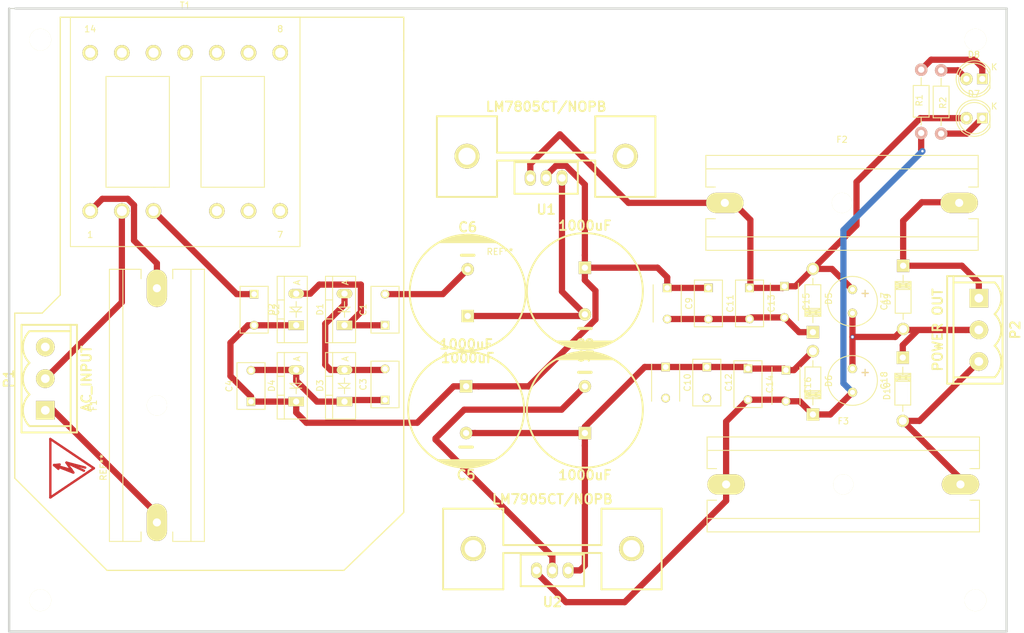
<source format=kicad_pcb>
(kicad_pcb (version 4) (host pcbnew 0.201508290901+6132~28~ubuntu14.04.1-product)

  (general
    (links 68)
    (no_connects 62)
    (area 82.249999 59.749999 242.450001 159.850001)
    (thickness 1.6)
    (drawings 17)
    (tracks 165)
    (zones 0)
    (modules 40)
    (nets 16)
  )

  (page A4)
  (layers
    (0 F.Cu signal)
    (31 B.Cu signal)
    (32 B.Adhes user)
    (33 F.Adhes user)
    (34 B.Paste user)
    (35 F.Paste user)
    (36 B.SilkS user)
    (37 F.SilkS user)
    (38 B.Mask user)
    (39 F.Mask user)
    (40 Dwgs.User user)
    (41 Cmts.User user)
    (42 Eco1.User user)
    (43 Eco2.User user)
    (44 Edge.Cuts user)
    (45 Margin user)
    (46 B.CrtYd user)
    (47 F.CrtYd user)
    (48 B.Fab user)
    (49 F.Fab user)
  )

  (setup
    (last_trace_width 1)
    (trace_clearance 0.2)
    (zone_clearance 0.508)
    (zone_45_only no)
    (trace_min 0.2)
    (segment_width 0.2)
    (edge_width 0.1)
    (via_size 0.6)
    (via_drill 0.4)
    (via_min_size 0.4)
    (via_min_drill 0.3)
    (uvia_size 0.3)
    (uvia_drill 0.1)
    (uvias_allowed no)
    (uvia_min_size 0.2)
    (uvia_min_drill 0.1)
    (pcb_text_width 0.3)
    (pcb_text_size 1.5 1.5)
    (mod_edge_width 0.15)
    (mod_text_size 1 1)
    (mod_text_width 0.15)
    (pad_size 1.5 1.5)
    (pad_drill 0.6)
    (pad_to_mask_clearance 0)
    (aux_axis_origin 0 0)
    (visible_elements FFFFFF7F)
    (pcbplotparams
      (layerselection 0x00030_80000001)
      (usegerberextensions false)
      (excludeedgelayer true)
      (linewidth 0.100000)
      (plotframeref false)
      (viasonmask false)
      (mode 1)
      (useauxorigin false)
      (hpglpennumber 1)
      (hpglpenspeed 20)
      (hpglpendiameter 15)
      (hpglpenoverlay 2)
      (psnegative false)
      (psa4output false)
      (plotreference true)
      (plotvalue true)
      (plotinvisibletext false)
      (padsonsilk false)
      (subtractmaskfromsilk false)
      (outputformat 1)
      (mirror false)
      (drillshape 0)
      (scaleselection 1)
      (outputdirectory ""))
  )

  (net 0 "")
  (net 1 "Net-(C1-Pad1)")
  (net 2 /V-)
  (net 3 /V+)
  (net 4 "Net-(C3-Pad1)")
  (net 5 "Net-(C13-Pad1)")
  (net 6 "Net-(C14-Pad2)")
  (net 7 "Net-(D7-Pad1)")
  (net 8 "Net-(D8-Pad1)")
  (net 9 /REG_+5V)
  (net 10 /REG_-5V)
  (net 11 "Net-(F1-Pad2)")
  (net 12 /HOT)
  (net 13 /NETURAL)
  (net 14 GNDPWR)
  (net 15 Earth)

  (net_class Default "This is the default net class."
    (clearance 0.2)
    (trace_width 1)
    (via_dia 0.6)
    (via_drill 0.4)
    (uvia_dia 0.3)
    (uvia_drill 0.1)
    (add_net /HOT)
    (add_net /NETURAL)
    (add_net /REG_+5V)
    (add_net /REG_-5V)
    (add_net /V+)
    (add_net /V-)
    (add_net Earth)
    (add_net GNDPWR)
    (add_net "Net-(C1-Pad1)")
    (add_net "Net-(C13-Pad1)")
    (add_net "Net-(C14-Pad2)")
    (add_net "Net-(C3-Pad1)")
    (add_net "Net-(D7-Pad1)")
    (add_net "Net-(D8-Pad1)")
    (add_net "Net-(F1-Pad2)")
  )

  (module Capacitors_ThroughHole:C_Disc_D7.5_P5 (layer F.Cu) (tedit 0) (tstamp 562A8AEC)
    (at 142.696 110.652 90)
    (descr "Capacitor 7.5mm Disc, Pitch 5mm")
    (tags Capacitor)
    (path /55CEC867)
    (fp_text reference C1 (at 2.5 -3.5 90) (layer F.SilkS)
      (effects (font (size 1 1) (thickness 0.15)))
    )
    (fp_text value C_Small (at 2.5 3.5 90) (layer F.Fab)
      (effects (font (size 1 1) (thickness 0.15)))
    )
    (fp_line (start -1.5 -2.5) (end 6.5 -2.5) (layer F.CrtYd) (width 0.05))
    (fp_line (start 6.5 -2.5) (end 6.5 2.5) (layer F.CrtYd) (width 0.05))
    (fp_line (start 6.5 2.5) (end -1.5 2.5) (layer F.CrtYd) (width 0.05))
    (fp_line (start -1.5 2.5) (end -1.5 -2.5) (layer F.CrtYd) (width 0.05))
    (fp_line (start -1.25 -2.25) (end 6.25 -2.25) (layer F.SilkS) (width 0.15))
    (fp_line (start 6.25 -2.25) (end 6.25 2.25) (layer F.SilkS) (width 0.15))
    (fp_line (start 6.25 2.25) (end -1.25 2.25) (layer F.SilkS) (width 0.15))
    (fp_line (start -1.25 2.25) (end -1.25 -2.25) (layer F.SilkS) (width 0.15))
    (pad 1 thru_hole rect (at 0 0 90) (size 1.4 1.4) (drill 0.9) (layers *.Cu *.Mask F.SilkS)
      (net 1 "Net-(C1-Pad1)"))
    (pad 2 thru_hole circle (at 5 0 90) (size 1.4 1.4) (drill 0.9) (layers *.Cu *.Mask F.SilkS)
      (net 2 /V-))
    (model Capacitors_ThroughHole.3dshapes/C_Disc_D7.5_P5.wrl
      (at (xyz 0.0984252 0 0))
      (scale (xyz 1 1 1))
      (rotate (xyz 0 0 0))
    )
  )

  (module Capacitors_ThroughHole:C_Disc_D7.5_P5 (layer F.Cu) (tedit 0) (tstamp 562A8AF2)
    (at 121.696 105.652 270)
    (descr "Capacitor 7.5mm Disc, Pitch 5mm")
    (tags Capacitor)
    (path /55CEA1B2)
    (fp_text reference C2 (at 2.5 -3.5 270) (layer F.SilkS)
      (effects (font (size 1 1) (thickness 0.15)))
    )
    (fp_text value C_Small (at 2.5 3.5 270) (layer F.Fab)
      (effects (font (size 1 1) (thickness 0.15)))
    )
    (fp_line (start -1.5 -2.5) (end 6.5 -2.5) (layer F.CrtYd) (width 0.05))
    (fp_line (start 6.5 -2.5) (end 6.5 2.5) (layer F.CrtYd) (width 0.05))
    (fp_line (start 6.5 2.5) (end -1.5 2.5) (layer F.CrtYd) (width 0.05))
    (fp_line (start -1.5 2.5) (end -1.5 -2.5) (layer F.CrtYd) (width 0.05))
    (fp_line (start -1.25 -2.25) (end 6.25 -2.25) (layer F.SilkS) (width 0.15))
    (fp_line (start 6.25 -2.25) (end 6.25 2.25) (layer F.SilkS) (width 0.15))
    (fp_line (start 6.25 2.25) (end -1.25 2.25) (layer F.SilkS) (width 0.15))
    (fp_line (start -1.25 2.25) (end -1.25 -2.25) (layer F.SilkS) (width 0.15))
    (pad 1 thru_hole rect (at 0 0 270) (size 1.4 1.4) (drill 0.9) (layers *.Cu *.Mask F.SilkS)
      (net 1 "Net-(C1-Pad1)"))
    (pad 2 thru_hole circle (at 5 0 270) (size 1.4 1.4) (drill 0.9) (layers *.Cu *.Mask F.SilkS)
      (net 3 /V+))
    (model Capacitors_ThroughHole.3dshapes/C_Disc_D7.5_P5.wrl
      (at (xyz 0.0984252 0 0))
      (scale (xyz 1 1 1))
      (rotate (xyz 0 0 0))
    )
  )

  (module Capacitors_ThroughHole:C_Disc_D7.5_P5 (layer F.Cu) (tedit 0) (tstamp 562A8AF8)
    (at 142.696 122.652 90)
    (descr "Capacitor 7.5mm Disc, Pitch 5mm")
    (tags Capacitor)
    (path /55CEC275)
    (fp_text reference C3 (at 2.5 -3.5 90) (layer F.SilkS)
      (effects (font (size 1 1) (thickness 0.15)))
    )
    (fp_text value C_Small (at 2.5 3.5 90) (layer F.Fab)
      (effects (font (size 1 1) (thickness 0.15)))
    )
    (fp_line (start -1.5 -2.5) (end 6.5 -2.5) (layer F.CrtYd) (width 0.05))
    (fp_line (start 6.5 -2.5) (end 6.5 2.5) (layer F.CrtYd) (width 0.05))
    (fp_line (start 6.5 2.5) (end -1.5 2.5) (layer F.CrtYd) (width 0.05))
    (fp_line (start -1.5 2.5) (end -1.5 -2.5) (layer F.CrtYd) (width 0.05))
    (fp_line (start -1.25 -2.25) (end 6.25 -2.25) (layer F.SilkS) (width 0.15))
    (fp_line (start 6.25 -2.25) (end 6.25 2.25) (layer F.SilkS) (width 0.15))
    (fp_line (start 6.25 2.25) (end -1.25 2.25) (layer F.SilkS) (width 0.15))
    (fp_line (start -1.25 2.25) (end -1.25 -2.25) (layer F.SilkS) (width 0.15))
    (pad 1 thru_hole rect (at 0 0 90) (size 1.4 1.4) (drill 0.9) (layers *.Cu *.Mask F.SilkS)
      (net 4 "Net-(C3-Pad1)"))
    (pad 2 thru_hole circle (at 5 0 90) (size 1.4 1.4) (drill 0.9) (layers *.Cu *.Mask F.SilkS)
      (net 2 /V-))
    (model Capacitors_ThroughHole.3dshapes/C_Disc_D7.5_P5.wrl
      (at (xyz 0.0984252 0 0))
      (scale (xyz 1 1 1))
      (rotate (xyz 0 0 0))
    )
  )

  (module Capacitors_ThroughHole:C_Disc_D7.5_P5 (layer F.Cu) (tedit 0) (tstamp 562A8AFE)
    (at 121.196 122.902 90)
    (descr "Capacitor 7.5mm Disc, Pitch 5mm")
    (tags Capacitor)
    (path /55CEA8A0)
    (fp_text reference C4 (at 2.5 -3.5 90) (layer F.SilkS)
      (effects (font (size 1 1) (thickness 0.15)))
    )
    (fp_text value C_Small (at 2.5 3.5 90) (layer F.Fab)
      (effects (font (size 1 1) (thickness 0.15)))
    )
    (fp_line (start -1.5 -2.5) (end 6.5 -2.5) (layer F.CrtYd) (width 0.05))
    (fp_line (start 6.5 -2.5) (end 6.5 2.5) (layer F.CrtYd) (width 0.05))
    (fp_line (start 6.5 2.5) (end -1.5 2.5) (layer F.CrtYd) (width 0.05))
    (fp_line (start -1.5 2.5) (end -1.5 -2.5) (layer F.CrtYd) (width 0.05))
    (fp_line (start -1.25 -2.25) (end 6.25 -2.25) (layer F.SilkS) (width 0.15))
    (fp_line (start 6.25 -2.25) (end 6.25 2.25) (layer F.SilkS) (width 0.15))
    (fp_line (start 6.25 2.25) (end -1.25 2.25) (layer F.SilkS) (width 0.15))
    (fp_line (start -1.25 2.25) (end -1.25 -2.25) (layer F.SilkS) (width 0.15))
    (pad 1 thru_hole rect (at 0 0 90) (size 1.4 1.4) (drill 0.9) (layers *.Cu *.Mask F.SilkS)
      (net 3 /V+))
    (pad 2 thru_hole circle (at 5 0 90) (size 1.4 1.4) (drill 0.9) (layers *.Cu *.Mask F.SilkS)
      (net 4 "Net-(C3-Pad1)"))
    (model Capacitors_ThroughHole.3dshapes/C_Disc_D7.5_P5.wrl
      (at (xyz 0.0984252 0 0))
      (scale (xyz 1 1 1))
      (rotate (xyz 0 0 0))
    )
  )

  (module w_capacitors:CP_18x16mm (layer F.Cu) (tedit 52641059) (tstamp 562A8B04)
    (at 155.702 124.206 180)
    (descr "Capacitor, pol, cyl 18x16mm")
    (path /55CE915C)
    (fp_text reference C5 (at 0 -10.5 180) (layer F.SilkS)
      (effects (font (thickness 0.3048)))
    )
    (fp_text value 1000uF (at 0 10.5 180) (layer F.SilkS)
      (effects (font (thickness 0.3048)))
    )
    (fp_line (start -4.5 -8.1) (end 4.5 -8.1) (layer F.SilkS) (width 0.3048))
    (fp_line (start -1.8 -9.1) (end 1.8 -9.1) (layer F.SilkS) (width 0.3048))
    (fp_line (start 2.6 -8.9) (end -2.6 -8.9) (layer F.SilkS) (width 0.3048))
    (fp_line (start -3.2 -8.7) (end 3.2 -8.7) (layer F.SilkS) (width 0.3048))
    (fp_line (start 3.7 -8.5) (end -3.7 -8.5) (layer F.SilkS) (width 0.3048))
    (fp_line (start -4.1 -8.3) (end 4.1 -8.3) (layer F.SilkS) (width 0.3048))
    (fp_circle (center 0 0) (end -9.3 0) (layer F.SilkS) (width 0.3048))
    (fp_line (start -1 -6) (end 1 -6) (layer F.SilkS) (width 0.5))
    (pad 1 thru_hole rect (at 0 3.75 180) (size 2 2) (drill 1) (layers *.Cu *.Mask F.SilkS)
      (net 3 /V+))
    (pad 2 thru_hole circle (at 0 -3.75 180) (size 2 2) (drill 1) (layers *.Cu *.Mask F.SilkS)
      (net 14 GNDPWR))
    (model walter/capacitors/cp_18x16mm.wrl
      (at (xyz 0 0 0))
      (scale (xyz 1 1 1))
      (rotate (xyz 0 0 0))
    )
  )

  (module w_capacitors:CP_18x16mm (layer F.Cu) (tedit 52641059) (tstamp 562A8B0A)
    (at 155.956 105.41)
    (descr "Capacitor, pol, cyl 18x16mm")
    (path /55CE9156)
    (fp_text reference C6 (at 0 -10.5) (layer F.SilkS)
      (effects (font (thickness 0.3048)))
    )
    (fp_text value 1000uF (at 0 10.5) (layer F.SilkS)
      (effects (font (thickness 0.3048)))
    )
    (fp_line (start -4.5 -8.1) (end 4.5 -8.1) (layer F.SilkS) (width 0.3048))
    (fp_line (start -1.8 -9.1) (end 1.8 -9.1) (layer F.SilkS) (width 0.3048))
    (fp_line (start 2.6 -8.9) (end -2.6 -8.9) (layer F.SilkS) (width 0.3048))
    (fp_line (start -3.2 -8.7) (end 3.2 -8.7) (layer F.SilkS) (width 0.3048))
    (fp_line (start 3.7 -8.5) (end -3.7 -8.5) (layer F.SilkS) (width 0.3048))
    (fp_line (start -4.1 -8.3) (end 4.1 -8.3) (layer F.SilkS) (width 0.3048))
    (fp_circle (center 0 0) (end -9.3 0) (layer F.SilkS) (width 0.3048))
    (fp_line (start -1 -6) (end 1 -6) (layer F.SilkS) (width 0.5))
    (pad 1 thru_hole rect (at 0 3.75) (size 2 2) (drill 1) (layers *.Cu *.Mask F.SilkS)
      (net 14 GNDPWR))
    (pad 2 thru_hole circle (at 0 -3.75) (size 2 2) (drill 1) (layers *.Cu *.Mask F.SilkS)
      (net 2 /V-))
    (model walter/capacitors/cp_18x16mm.wrl
      (at (xyz 0 0 0))
      (scale (xyz 1 1 1))
      (rotate (xyz 0 0 0))
    )
  )

  (module w_capacitors:CP_18x16mm (layer F.Cu) (tedit 52641059) (tstamp 562A8B10)
    (at 174.752 105.156 180)
    (descr "Capacitor, pol, cyl 18x16mm")
    (path /55CE9162)
    (fp_text reference C7 (at 0 -10.5 180) (layer F.SilkS)
      (effects (font (thickness 0.3048)))
    )
    (fp_text value 1000uF (at 0 10.5 180) (layer F.SilkS)
      (effects (font (thickness 0.3048)))
    )
    (fp_line (start -4.5 -8.1) (end 4.5 -8.1) (layer F.SilkS) (width 0.3048))
    (fp_line (start -1.8 -9.1) (end 1.8 -9.1) (layer F.SilkS) (width 0.3048))
    (fp_line (start 2.6 -8.9) (end -2.6 -8.9) (layer F.SilkS) (width 0.3048))
    (fp_line (start -3.2 -8.7) (end 3.2 -8.7) (layer F.SilkS) (width 0.3048))
    (fp_line (start 3.7 -8.5) (end -3.7 -8.5) (layer F.SilkS) (width 0.3048))
    (fp_line (start -4.1 -8.3) (end 4.1 -8.3) (layer F.SilkS) (width 0.3048))
    (fp_circle (center 0 0) (end -9.3 0) (layer F.SilkS) (width 0.3048))
    (fp_line (start -1 -6) (end 1 -6) (layer F.SilkS) (width 0.5))
    (pad 1 thru_hole rect (at 0 3.75 180) (size 2 2) (drill 1) (layers *.Cu *.Mask F.SilkS)
      (net 3 /V+))
    (pad 2 thru_hole circle (at 0 -3.75 180) (size 2 2) (drill 1) (layers *.Cu *.Mask F.SilkS)
      (net 14 GNDPWR))
    (model walter/capacitors/cp_18x16mm.wrl
      (at (xyz 0 0 0))
      (scale (xyz 1 1 1))
      (rotate (xyz 0 0 0))
    )
  )

  (module w_capacitors:CP_18x16mm (layer F.Cu) (tedit 52641059) (tstamp 562A8B16)
    (at 174.752 124.206)
    (descr "Capacitor, pol, cyl 18x16mm")
    (path /55CE9168)
    (fp_text reference C8 (at 0 -10.5) (layer F.SilkS)
      (effects (font (thickness 0.3048)))
    )
    (fp_text value 1000uF (at 0 10.5) (layer F.SilkS)
      (effects (font (thickness 0.3048)))
    )
    (fp_line (start -4.5 -8.1) (end 4.5 -8.1) (layer F.SilkS) (width 0.3048))
    (fp_line (start -1.8 -9.1) (end 1.8 -9.1) (layer F.SilkS) (width 0.3048))
    (fp_line (start 2.6 -8.9) (end -2.6 -8.9) (layer F.SilkS) (width 0.3048))
    (fp_line (start -3.2 -8.7) (end 3.2 -8.7) (layer F.SilkS) (width 0.3048))
    (fp_line (start 3.7 -8.5) (end -3.7 -8.5) (layer F.SilkS) (width 0.3048))
    (fp_line (start -4.1 -8.3) (end 4.1 -8.3) (layer F.SilkS) (width 0.3048))
    (fp_circle (center 0 0) (end -9.3 0) (layer F.SilkS) (width 0.3048))
    (fp_line (start -1 -6) (end 1 -6) (layer F.SilkS) (width 0.5))
    (pad 1 thru_hole rect (at 0 3.75) (size 2 2) (drill 1) (layers *.Cu *.Mask F.SilkS)
      (net 14 GNDPWR))
    (pad 2 thru_hole circle (at 0 -3.75) (size 2 2) (drill 1) (layers *.Cu *.Mask F.SilkS)
      (net 2 /V-))
    (model walter/capacitors/cp_18x16mm.wrl
      (at (xyz 0 0 0))
      (scale (xyz 1 1 1))
      (rotate (xyz 0 0 0))
    )
  )

  (module Capacitors_ThroughHole:C_Disc_D6_P5 (layer F.Cu) (tedit 0) (tstamp 562A8B1C)
    (at 187.96 104.648 270)
    (descr "Capacitor 6mm Disc, Pitch 5mm")
    (tags Capacitor)
    (path /55CED7E0)
    (fp_text reference C9 (at 2.5 -3.5 270) (layer F.SilkS)
      (effects (font (size 1 1) (thickness 0.15)))
    )
    (fp_text value 10nF (at 2.5 3.5 270) (layer F.Fab)
      (effects (font (size 1 1) (thickness 0.15)))
    )
    (fp_line (start -0.95 -2.5) (end 5.95 -2.5) (layer F.CrtYd) (width 0.05))
    (fp_line (start 5.95 -2.5) (end 5.95 2.5) (layer F.CrtYd) (width 0.05))
    (fp_line (start 5.95 2.5) (end -0.95 2.5) (layer F.CrtYd) (width 0.05))
    (fp_line (start -0.95 2.5) (end -0.95 -2.5) (layer F.CrtYd) (width 0.05))
    (fp_line (start -0.5 -2.25) (end 5.5 -2.25) (layer F.SilkS) (width 0.15))
    (fp_line (start 5.5 2.25) (end -0.5 2.25) (layer F.SilkS) (width 0.15))
    (pad 1 thru_hole rect (at 0 0 270) (size 1.4 1.4) (drill 0.9) (layers *.Cu *.Mask F.SilkS)
      (net 3 /V+))
    (pad 2 thru_hole circle (at 5 0 270) (size 1.4 1.4) (drill 0.9) (layers *.Cu *.Mask F.SilkS)
      (net 14 GNDPWR))
    (model Capacitors_ThroughHole.3dshapes/C_Disc_D6_P5.wrl
      (at (xyz 0.0984252 0 0))
      (scale (xyz 1 1 1))
      (rotate (xyz 0 0 0))
    )
  )

  (module Capacitors_ThroughHole:C_Disc_D6_P5 (layer F.Cu) (tedit 0) (tstamp 562A8B22)
    (at 187.706 117.348 270)
    (descr "Capacitor 6mm Disc, Pitch 5mm")
    (tags Capacitor)
    (path /55CEDDEC)
    (fp_text reference C10 (at 2.5 -3.5 270) (layer F.SilkS)
      (effects (font (size 1 1) (thickness 0.15)))
    )
    (fp_text value 10nF (at 2.5 3.5 270) (layer F.Fab)
      (effects (font (size 1 1) (thickness 0.15)))
    )
    (fp_line (start -0.95 -2.5) (end 5.95 -2.5) (layer F.CrtYd) (width 0.05))
    (fp_line (start 5.95 -2.5) (end 5.95 2.5) (layer F.CrtYd) (width 0.05))
    (fp_line (start 5.95 2.5) (end -0.95 2.5) (layer F.CrtYd) (width 0.05))
    (fp_line (start -0.95 2.5) (end -0.95 -2.5) (layer F.CrtYd) (width 0.05))
    (fp_line (start -0.5 -2.25) (end 5.5 -2.25) (layer F.SilkS) (width 0.15))
    (fp_line (start 5.5 2.25) (end -0.5 2.25) (layer F.SilkS) (width 0.15))
    (pad 1 thru_hole rect (at 0 0 270) (size 1.4 1.4) (drill 0.9) (layers *.Cu *.Mask F.SilkS)
      (net 14 GNDPWR))
    (pad 2 thru_hole circle (at 5 0 270) (size 1.4 1.4) (drill 0.9) (layers *.Cu *.Mask F.SilkS)
      (net 2 /V-))
    (model Capacitors_ThroughHole.3dshapes/C_Disc_D6_P5.wrl
      (at (xyz 0.0984252 0 0))
      (scale (xyz 1 1 1))
      (rotate (xyz 0 0 0))
    )
  )

  (module Capacitors_ThroughHole:C_Disc_D7.5_P5 (layer F.Cu) (tedit 0) (tstamp 562A8B28)
    (at 194.564 104.648 270)
    (descr "Capacitor 7.5mm Disc, Pitch 5mm")
    (tags Capacitor)
    (path /55CEE42B)
    (fp_text reference C11 (at 2.5 -3.5 270) (layer F.SilkS)
      (effects (font (size 1 1) (thickness 0.15)))
    )
    (fp_text value 100nF (at 2.5 3.5 270) (layer F.Fab)
      (effects (font (size 1 1) (thickness 0.15)))
    )
    (fp_line (start -1.5 -2.5) (end 6.5 -2.5) (layer F.CrtYd) (width 0.05))
    (fp_line (start 6.5 -2.5) (end 6.5 2.5) (layer F.CrtYd) (width 0.05))
    (fp_line (start 6.5 2.5) (end -1.5 2.5) (layer F.CrtYd) (width 0.05))
    (fp_line (start -1.5 2.5) (end -1.5 -2.5) (layer F.CrtYd) (width 0.05))
    (fp_line (start -1.25 -2.25) (end 6.25 -2.25) (layer F.SilkS) (width 0.15))
    (fp_line (start 6.25 -2.25) (end 6.25 2.25) (layer F.SilkS) (width 0.15))
    (fp_line (start 6.25 2.25) (end -1.25 2.25) (layer F.SilkS) (width 0.15))
    (fp_line (start -1.25 2.25) (end -1.25 -2.25) (layer F.SilkS) (width 0.15))
    (pad 1 thru_hole rect (at 0 0 270) (size 1.4 1.4) (drill 0.9) (layers *.Cu *.Mask F.SilkS)
      (net 3 /V+))
    (pad 2 thru_hole circle (at 5 0 270) (size 1.4 1.4) (drill 0.9) (layers *.Cu *.Mask F.SilkS)
      (net 14 GNDPWR))
    (model Capacitors_ThroughHole.3dshapes/C_Disc_D7.5_P5.wrl
      (at (xyz 0.0984252 0 0))
      (scale (xyz 1 1 1))
      (rotate (xyz 0 0 0))
    )
  )

  (module Capacitors_ThroughHole:C_Disc_D7.5_P5 (layer F.Cu) (tedit 0) (tstamp 562A8B2E)
    (at 194.31 117.348 270)
    (descr "Capacitor 7.5mm Disc, Pitch 5mm")
    (tags Capacitor)
    (path /55CEED6D)
    (fp_text reference C12 (at 2.5 -3.5 270) (layer F.SilkS)
      (effects (font (size 1 1) (thickness 0.15)))
    )
    (fp_text value 100nF (at 2.5 3.5 270) (layer F.Fab)
      (effects (font (size 1 1) (thickness 0.15)))
    )
    (fp_line (start -1.5 -2.5) (end 6.5 -2.5) (layer F.CrtYd) (width 0.05))
    (fp_line (start 6.5 -2.5) (end 6.5 2.5) (layer F.CrtYd) (width 0.05))
    (fp_line (start 6.5 2.5) (end -1.5 2.5) (layer F.CrtYd) (width 0.05))
    (fp_line (start -1.5 2.5) (end -1.5 -2.5) (layer F.CrtYd) (width 0.05))
    (fp_line (start -1.25 -2.25) (end 6.25 -2.25) (layer F.SilkS) (width 0.15))
    (fp_line (start 6.25 -2.25) (end 6.25 2.25) (layer F.SilkS) (width 0.15))
    (fp_line (start 6.25 2.25) (end -1.25 2.25) (layer F.SilkS) (width 0.15))
    (fp_line (start -1.25 2.25) (end -1.25 -2.25) (layer F.SilkS) (width 0.15))
    (pad 1 thru_hole rect (at 0 0 270) (size 1.4 1.4) (drill 0.9) (layers *.Cu *.Mask F.SilkS)
      (net 14 GNDPWR))
    (pad 2 thru_hole circle (at 5 0 270) (size 1.4 1.4) (drill 0.9) (layers *.Cu *.Mask F.SilkS)
      (net 2 /V-))
    (model Capacitors_ThroughHole.3dshapes/C_Disc_D7.5_P5.wrl
      (at (xyz 0.0984252 0 0))
      (scale (xyz 1 1 1))
      (rotate (xyz 0 0 0))
    )
  )

  (module Capacitors_ThroughHole:C_Disc_D7.5_P5 (layer F.Cu) (tedit 0) (tstamp 562A8B34)
    (at 201.168 104.648 270)
    (descr "Capacitor 7.5mm Disc, Pitch 5mm")
    (tags Capacitor)
    (path /55CF257A)
    (fp_text reference C13 (at 2.5 -3.5 270) (layer F.SilkS)
      (effects (font (size 1 1) (thickness 0.15)))
    )
    (fp_text value 100nF (at 2.5 3.5 270) (layer F.Fab)
      (effects (font (size 1 1) (thickness 0.15)))
    )
    (fp_line (start -1.5 -2.5) (end 6.5 -2.5) (layer F.CrtYd) (width 0.05))
    (fp_line (start 6.5 -2.5) (end 6.5 2.5) (layer F.CrtYd) (width 0.05))
    (fp_line (start 6.5 2.5) (end -1.5 2.5) (layer F.CrtYd) (width 0.05))
    (fp_line (start -1.5 2.5) (end -1.5 -2.5) (layer F.CrtYd) (width 0.05))
    (fp_line (start -1.25 -2.25) (end 6.25 -2.25) (layer F.SilkS) (width 0.15))
    (fp_line (start 6.25 -2.25) (end 6.25 2.25) (layer F.SilkS) (width 0.15))
    (fp_line (start 6.25 2.25) (end -1.25 2.25) (layer F.SilkS) (width 0.15))
    (fp_line (start -1.25 2.25) (end -1.25 -2.25) (layer F.SilkS) (width 0.15))
    (pad 1 thru_hole rect (at 0 0 270) (size 1.4 1.4) (drill 0.9) (layers *.Cu *.Mask F.SilkS)
      (net 5 "Net-(C13-Pad1)"))
    (pad 2 thru_hole circle (at 5 0 270) (size 1.4 1.4) (drill 0.9) (layers *.Cu *.Mask F.SilkS)
      (net 14 GNDPWR))
    (model Capacitors_ThroughHole.3dshapes/C_Disc_D7.5_P5.wrl
      (at (xyz 0.0984252 0 0))
      (scale (xyz 1 1 1))
      (rotate (xyz 0 0 0))
    )
  )

  (module Capacitors_ThroughHole:C_Disc_D7.5_P5 (layer F.Cu) (tedit 0) (tstamp 562A8B3A)
    (at 200.914 117.602 270)
    (descr "Capacitor 7.5mm Disc, Pitch 5mm")
    (tags Capacitor)
    (path /55CF93D0)
    (fp_text reference C14 (at 2.5 -3.5 270) (layer F.SilkS)
      (effects (font (size 1 1) (thickness 0.15)))
    )
    (fp_text value 100nF (at 2.5 3.5 270) (layer F.Fab)
      (effects (font (size 1 1) (thickness 0.15)))
    )
    (fp_line (start -1.5 -2.5) (end 6.5 -2.5) (layer F.CrtYd) (width 0.05))
    (fp_line (start 6.5 -2.5) (end 6.5 2.5) (layer F.CrtYd) (width 0.05))
    (fp_line (start 6.5 2.5) (end -1.5 2.5) (layer F.CrtYd) (width 0.05))
    (fp_line (start -1.5 2.5) (end -1.5 -2.5) (layer F.CrtYd) (width 0.05))
    (fp_line (start -1.25 -2.25) (end 6.25 -2.25) (layer F.SilkS) (width 0.15))
    (fp_line (start 6.25 -2.25) (end 6.25 2.25) (layer F.SilkS) (width 0.15))
    (fp_line (start 6.25 2.25) (end -1.25 2.25) (layer F.SilkS) (width 0.15))
    (fp_line (start -1.25 2.25) (end -1.25 -2.25) (layer F.SilkS) (width 0.15))
    (pad 1 thru_hole rect (at 0 0 270) (size 1.4 1.4) (drill 0.9) (layers *.Cu *.Mask F.SilkS)
      (net 14 GNDPWR))
    (pad 2 thru_hole circle (at 5 0 270) (size 1.4 1.4) (drill 0.9) (layers *.Cu *.Mask F.SilkS)
      (net 6 "Net-(C14-Pad2)"))
    (model Capacitors_ThroughHole.3dshapes/C_Disc_D7.5_P5.wrl
      (at (xyz 0.0984252 0 0))
      (scale (xyz 1 1 1))
      (rotate (xyz 0 0 0))
    )
  )

  (module Capacitors_ThroughHole:C_Disc_D6_P5 (layer F.Cu) (tedit 0) (tstamp 562A8B40)
    (at 206.756 104.394 270)
    (descr "Capacitor 6mm Disc, Pitch 5mm")
    (tags Capacitor)
    (path /55CF2580)
    (fp_text reference C15 (at 2.5 -3.5 270) (layer F.SilkS)
      (effects (font (size 1 1) (thickness 0.15)))
    )
    (fp_text value 10nF (at 2.5 3.5 270) (layer F.Fab)
      (effects (font (size 1 1) (thickness 0.15)))
    )
    (fp_line (start -0.95 -2.5) (end 5.95 -2.5) (layer F.CrtYd) (width 0.05))
    (fp_line (start 5.95 -2.5) (end 5.95 2.5) (layer F.CrtYd) (width 0.05))
    (fp_line (start 5.95 2.5) (end -0.95 2.5) (layer F.CrtYd) (width 0.05))
    (fp_line (start -0.95 2.5) (end -0.95 -2.5) (layer F.CrtYd) (width 0.05))
    (fp_line (start -0.5 -2.25) (end 5.5 -2.25) (layer F.SilkS) (width 0.15))
    (fp_line (start 5.5 2.25) (end -0.5 2.25) (layer F.SilkS) (width 0.15))
    (pad 1 thru_hole rect (at 0 0 270) (size 1.4 1.4) (drill 0.9) (layers *.Cu *.Mask F.SilkS)
      (net 5 "Net-(C13-Pad1)"))
    (pad 2 thru_hole circle (at 5 0 270) (size 1.4 1.4) (drill 0.9) (layers *.Cu *.Mask F.SilkS)
      (net 14 GNDPWR))
    (model Capacitors_ThroughHole.3dshapes/C_Disc_D6_P5.wrl
      (at (xyz 0.0984252 0 0))
      (scale (xyz 1 1 1))
      (rotate (xyz 0 0 0))
    )
  )

  (module Capacitors_ThroughHole:C_Disc_D6_P5 (layer F.Cu) (tedit 0) (tstamp 562A8B46)
    (at 207.01 117.856 270)
    (descr "Capacitor 6mm Disc, Pitch 5mm")
    (tags Capacitor)
    (path /55CF93D6)
    (fp_text reference C16 (at 2.5 -3.5 270) (layer F.SilkS)
      (effects (font (size 1 1) (thickness 0.15)))
    )
    (fp_text value 10nF (at 2.5 3.5 270) (layer F.Fab)
      (effects (font (size 1 1) (thickness 0.15)))
    )
    (fp_line (start -0.95 -2.5) (end 5.95 -2.5) (layer F.CrtYd) (width 0.05))
    (fp_line (start 5.95 -2.5) (end 5.95 2.5) (layer F.CrtYd) (width 0.05))
    (fp_line (start 5.95 2.5) (end -0.95 2.5) (layer F.CrtYd) (width 0.05))
    (fp_line (start -0.95 2.5) (end -0.95 -2.5) (layer F.CrtYd) (width 0.05))
    (fp_line (start -0.5 -2.25) (end 5.5 -2.25) (layer F.SilkS) (width 0.15))
    (fp_line (start 5.5 2.25) (end -0.5 2.25) (layer F.SilkS) (width 0.15))
    (pad 1 thru_hole rect (at 0 0 270) (size 1.4 1.4) (drill 0.9) (layers *.Cu *.Mask F.SilkS)
      (net 14 GNDPWR))
    (pad 2 thru_hole circle (at 5 0 270) (size 1.4 1.4) (drill 0.9) (layers *.Cu *.Mask F.SilkS)
      (net 6 "Net-(C14-Pad2)"))
    (model Capacitors_ThroughHole.3dshapes/C_Disc_D6_P5.wrl
      (at (xyz 0.0984252 0 0))
      (scale (xyz 1 1 1))
      (rotate (xyz 0 0 0))
    )
  )

  (module Capacitors_Elko_ThroughHole:Elko_vert_11.5x8mm_RM3.5 (layer F.Cu) (tedit 5454A1EC) (tstamp 562A8B4C)
    (at 217.678 104.902 270)
    (descr "Electrolytic Capacitor, vertical, diameter 8mm, RM 3,5mm, radial,")
    (tags "Electrolytic Capacitor, vertical, diameter 8mm, radial, RM 3,5mm, Elko, Electrolytkondensator, Kondensator gepolt, Durchmesser 8mm,")
    (path /55CF2586)
    (fp_text reference C17 (at 1.905 -5.08 270) (layer F.SilkS)
      (effects (font (size 1 1) (thickness 0.15)))
    )
    (fp_text value 470uF (at 2.54 6.35 270) (layer F.Fab)
      (effects (font (size 1 1) (thickness 0.15)))
    )
    (fp_line (start 0.10414 -2.02438) (end 1.1303 -2.02438) (layer F.SilkS) (width 0.15))
    (fp_line (start 0.62992 -2.57556) (end 0.62992 -1.524) (layer F.SilkS) (width 0.15))
    (fp_line (start 0.635 -2.54) (end 0.635 -1.524) (layer F.Cu) (width 0.15))
    (fp_line (start 0.127 -2.032) (end 1.143 -2.032) (layer F.Cu) (width 0.15))
    (fp_circle (center 1.905 0) (end 5.9055 0) (layer F.SilkS) (width 0.15))
    (pad 2 thru_hole circle (at 3.81 0 270) (size 1.50114 1.50114) (drill 0.8001) (layers *.Cu *.Mask F.SilkS)
      (net 14 GNDPWR))
    (pad 1 thru_hole circle (at 0 0 270) (size 1.50114 1.50114) (drill 0.8001) (layers *.Cu *.Mask F.SilkS)
      (net 5 "Net-(C13-Pad1)"))
    (model Capacitors_Elko_ThroughHole.3dshapes/Elko_vert_11.5x8mm_RM3.5.wrl
      (at (xyz 0 0 0))
      (scale (xyz 1 1 1))
      (rotate (xyz 0 0 0))
    )
  )

  (module Capacitors_Elko_ThroughHole:Elko_vert_11.5x8mm_RM3.5 (layer F.Cu) (tedit 5454A1EC) (tstamp 562A8B52)
    (at 217.678 117.602 270)
    (descr "Electrolytic Capacitor, vertical, diameter 8mm, RM 3,5mm, radial,")
    (tags "Electrolytic Capacitor, vertical, diameter 8mm, radial, RM 3,5mm, Elko, Electrolytkondensator, Kondensator gepolt, Durchmesser 8mm,")
    (path /55CF93DC)
    (fp_text reference C18 (at 1.905 -5.08 270) (layer F.SilkS)
      (effects (font (size 1 1) (thickness 0.15)))
    )
    (fp_text value 470uF (at 2.54 6.35 270) (layer F.Fab)
      (effects (font (size 1 1) (thickness 0.15)))
    )
    (fp_line (start 0.10414 -2.02438) (end 1.1303 -2.02438) (layer F.SilkS) (width 0.15))
    (fp_line (start 0.62992 -2.57556) (end 0.62992 -1.524) (layer F.SilkS) (width 0.15))
    (fp_line (start 0.635 -2.54) (end 0.635 -1.524) (layer F.Cu) (width 0.15))
    (fp_line (start 0.127 -2.032) (end 1.143 -2.032) (layer F.Cu) (width 0.15))
    (fp_circle (center 1.905 0) (end 5.9055 0) (layer F.SilkS) (width 0.15))
    (pad 2 thru_hole circle (at 3.81 0 270) (size 1.50114 1.50114) (drill 0.8001) (layers *.Cu *.Mask F.SilkS)
      (net 6 "Net-(C14-Pad2)"))
    (pad 1 thru_hole circle (at 0 0 270) (size 1.50114 1.50114) (drill 0.8001) (layers *.Cu *.Mask F.SilkS)
      (net 14 GNDPWR))
    (model Capacitors_Elko_ThroughHole.3dshapes/Elko_vert_11.5x8mm_RM3.5.wrl
      (at (xyz 0 0 0))
      (scale (xyz 1 1 1))
      (rotate (xyz 0 0 0))
    )
  )

  (module Diodes_ThroughHole:Diode_TO-220_Vertical (layer F.Cu) (tedit 5538AE5F) (tstamp 562A8B58)
    (at 136.196 110.652 90)
    (descr "TO-220, Diode, Vertical,")
    (tags "TO-220, Diode, Vertical,")
    (path /55CB8BFE)
    (fp_text reference D1 (at 2.54762 -3.92938 90) (layer F.SilkS)
      (effects (font (size 1 1) (thickness 0.15)))
    )
    (fp_text value MUR860G (at 2.0701 2.7051 90) (layer F.Fab)
      (effects (font (size 1 1) (thickness 0.15)))
    )
    (fp_text user A (at 6.858 0.127 90) (layer F.SilkS)
      (effects (font (size 1 1) (thickness 0.15)))
    )
    (fp_line (start 2.159 0) (end 1.27 0) (layer F.SilkS) (width 0.15))
    (fp_line (start 3.048 0) (end 3.81 0) (layer F.SilkS) (width 0.15))
    (fp_line (start 2.159 0) (end 2.921 -1.016) (layer F.SilkS) (width 0.15))
    (fp_line (start 2.921 -1.016) (end 2.921 0.889) (layer F.SilkS) (width 0.15))
    (fp_line (start 2.921 0.889) (end 2.159 0) (layer F.SilkS) (width 0.15))
    (fp_line (start 2.159 -1.016) (end 2.159 0.889) (layer F.SilkS) (width 0.15))
    (fp_line (start 1.016 -3.048) (end 1.016 -1.905) (layer F.SilkS) (width 0.15))
    (fp_line (start 4.064 -3.048) (end 4.064 -1.905) (layer F.SilkS) (width 0.15))
    (fp_line (start 7.874 -1.905) (end 7.874 1.778) (layer F.SilkS) (width 0.15))
    (fp_line (start 7.874 1.778) (end -2.794 1.778) (layer F.SilkS) (width 0.15))
    (fp_line (start -2.794 1.778) (end -2.794 -1.905) (layer F.SilkS) (width 0.15))
    (fp_line (start 7.874 -3.048) (end 7.874 -1.905) (layer F.SilkS) (width 0.15))
    (fp_line (start 7.874 -1.905) (end -2.794 -1.905) (layer F.SilkS) (width 0.15))
    (fp_line (start -2.794 -1.905) (end -2.794 -3.048) (layer F.SilkS) (width 0.15))
    (fp_line (start 2.54 -3.048) (end -2.794 -3.048) (layer F.SilkS) (width 0.15))
    (fp_line (start 2.54 -3.048) (end 7.874 -3.048) (layer F.SilkS) (width 0.15))
    (pad 1 thru_hole rect (at 0 0 180) (size 2.49936 1.50114) (drill 1.00076) (layers *.Cu *.Mask F.SilkS)
      (net 1 "Net-(C1-Pad1)"))
    (pad 2 thru_hole oval (at 5.08 0 180) (size 2.49936 1.50114) (drill 1.00076) (layers *.Cu *.Mask F.SilkS)
      (net 2 /V-))
    (model Diodes_ThroughHole.3dshapes/Diode_TO-220_Vertical.wrl
      (at (xyz 0.1 0 0))
      (scale (xyz 0.3937 0.3937 0.3937))
      (rotate (xyz 0 0 0))
    )
  )

  (module Diodes_ThroughHole:Diode_TO-220_Vertical (layer F.Cu) (tedit 5538AE5F) (tstamp 562A8B5E)
    (at 128.446 110.652 90)
    (descr "TO-220, Diode, Vertical,")
    (tags "TO-220, Diode, Vertical,")
    (path /55CB8B42)
    (fp_text reference D2 (at 2.54762 -3.92938 90) (layer F.SilkS)
      (effects (font (size 1 1) (thickness 0.15)))
    )
    (fp_text value MUR860G (at 2.0701 2.7051 90) (layer F.Fab)
      (effects (font (size 1 1) (thickness 0.15)))
    )
    (fp_text user A (at 6.858 0.127 90) (layer F.SilkS)
      (effects (font (size 1 1) (thickness 0.15)))
    )
    (fp_line (start 2.159 0) (end 1.27 0) (layer F.SilkS) (width 0.15))
    (fp_line (start 3.048 0) (end 3.81 0) (layer F.SilkS) (width 0.15))
    (fp_line (start 2.159 0) (end 2.921 -1.016) (layer F.SilkS) (width 0.15))
    (fp_line (start 2.921 -1.016) (end 2.921 0.889) (layer F.SilkS) (width 0.15))
    (fp_line (start 2.921 0.889) (end 2.159 0) (layer F.SilkS) (width 0.15))
    (fp_line (start 2.159 -1.016) (end 2.159 0.889) (layer F.SilkS) (width 0.15))
    (fp_line (start 1.016 -3.048) (end 1.016 -1.905) (layer F.SilkS) (width 0.15))
    (fp_line (start 4.064 -3.048) (end 4.064 -1.905) (layer F.SilkS) (width 0.15))
    (fp_line (start 7.874 -1.905) (end 7.874 1.778) (layer F.SilkS) (width 0.15))
    (fp_line (start 7.874 1.778) (end -2.794 1.778) (layer F.SilkS) (width 0.15))
    (fp_line (start -2.794 1.778) (end -2.794 -1.905) (layer F.SilkS) (width 0.15))
    (fp_line (start 7.874 -3.048) (end 7.874 -1.905) (layer F.SilkS) (width 0.15))
    (fp_line (start 7.874 -1.905) (end -2.794 -1.905) (layer F.SilkS) (width 0.15))
    (fp_line (start -2.794 -1.905) (end -2.794 -3.048) (layer F.SilkS) (width 0.15))
    (fp_line (start 2.54 -3.048) (end -2.794 -3.048) (layer F.SilkS) (width 0.15))
    (fp_line (start 2.54 -3.048) (end 7.874 -3.048) (layer F.SilkS) (width 0.15))
    (pad 1 thru_hole rect (at 0 0 180) (size 2.49936 1.50114) (drill 1.00076) (layers *.Cu *.Mask F.SilkS)
      (net 3 /V+))
    (pad 2 thru_hole oval (at 5.08 0 180) (size 2.49936 1.50114) (drill 1.00076) (layers *.Cu *.Mask F.SilkS)
      (net 1 "Net-(C1-Pad1)"))
    (model Diodes_ThroughHole.3dshapes/Diode_TO-220_Vertical.wrl
      (at (xyz 0.1 0 0))
      (scale (xyz 0.3937 0.3937 0.3937))
      (rotate (xyz 0 0 0))
    )
  )

  (module Diodes_ThroughHole:Diode_TO-220_Vertical (layer F.Cu) (tedit 5538AE5F) (tstamp 562A8B64)
    (at 136.196 122.902 90)
    (descr "TO-220, Diode, Vertical,")
    (tags "TO-220, Diode, Vertical,")
    (path /55CB8C81)
    (fp_text reference D3 (at 2.54762 -3.92938 90) (layer F.SilkS)
      (effects (font (size 1 1) (thickness 0.15)))
    )
    (fp_text value MUR860G (at 2.0701 2.7051 90) (layer F.Fab)
      (effects (font (size 1 1) (thickness 0.15)))
    )
    (fp_text user A (at 6.858 0.127 90) (layer F.SilkS)
      (effects (font (size 1 1) (thickness 0.15)))
    )
    (fp_line (start 2.159 0) (end 1.27 0) (layer F.SilkS) (width 0.15))
    (fp_line (start 3.048 0) (end 3.81 0) (layer F.SilkS) (width 0.15))
    (fp_line (start 2.159 0) (end 2.921 -1.016) (layer F.SilkS) (width 0.15))
    (fp_line (start 2.921 -1.016) (end 2.921 0.889) (layer F.SilkS) (width 0.15))
    (fp_line (start 2.921 0.889) (end 2.159 0) (layer F.SilkS) (width 0.15))
    (fp_line (start 2.159 -1.016) (end 2.159 0.889) (layer F.SilkS) (width 0.15))
    (fp_line (start 1.016 -3.048) (end 1.016 -1.905) (layer F.SilkS) (width 0.15))
    (fp_line (start 4.064 -3.048) (end 4.064 -1.905) (layer F.SilkS) (width 0.15))
    (fp_line (start 7.874 -1.905) (end 7.874 1.778) (layer F.SilkS) (width 0.15))
    (fp_line (start 7.874 1.778) (end -2.794 1.778) (layer F.SilkS) (width 0.15))
    (fp_line (start -2.794 1.778) (end -2.794 -1.905) (layer F.SilkS) (width 0.15))
    (fp_line (start 7.874 -3.048) (end 7.874 -1.905) (layer F.SilkS) (width 0.15))
    (fp_line (start 7.874 -1.905) (end -2.794 -1.905) (layer F.SilkS) (width 0.15))
    (fp_line (start -2.794 -1.905) (end -2.794 -3.048) (layer F.SilkS) (width 0.15))
    (fp_line (start 2.54 -3.048) (end -2.794 -3.048) (layer F.SilkS) (width 0.15))
    (fp_line (start 2.54 -3.048) (end 7.874 -3.048) (layer F.SilkS) (width 0.15))
    (pad 1 thru_hole rect (at 0 0 180) (size 2.49936 1.50114) (drill 1.00076) (layers *.Cu *.Mask F.SilkS)
      (net 4 "Net-(C3-Pad1)"))
    (pad 2 thru_hole oval (at 5.08 0 180) (size 2.49936 1.50114) (drill 1.00076) (layers *.Cu *.Mask F.SilkS)
      (net 2 /V-))
    (model Diodes_ThroughHole.3dshapes/Diode_TO-220_Vertical.wrl
      (at (xyz 0.1 0 0))
      (scale (xyz 0.3937 0.3937 0.3937))
      (rotate (xyz 0 0 0))
    )
  )

  (module Diodes_ThroughHole:Diode_TO-220_Vertical (layer F.Cu) (tedit 5538AE5F) (tstamp 562A8B6A)
    (at 128.446 122.902 90)
    (descr "TO-220, Diode, Vertical,")
    (tags "TO-220, Diode, Vertical,")
    (path /55CB8C40)
    (fp_text reference D4 (at 2.54762 -3.92938 90) (layer F.SilkS)
      (effects (font (size 1 1) (thickness 0.15)))
    )
    (fp_text value MUR860G (at 2.0701 2.7051 90) (layer F.Fab)
      (effects (font (size 1 1) (thickness 0.15)))
    )
    (fp_text user A (at 6.858 0.127 90) (layer F.SilkS)
      (effects (font (size 1 1) (thickness 0.15)))
    )
    (fp_line (start 2.159 0) (end 1.27 0) (layer F.SilkS) (width 0.15))
    (fp_line (start 3.048 0) (end 3.81 0) (layer F.SilkS) (width 0.15))
    (fp_line (start 2.159 0) (end 2.921 -1.016) (layer F.SilkS) (width 0.15))
    (fp_line (start 2.921 -1.016) (end 2.921 0.889) (layer F.SilkS) (width 0.15))
    (fp_line (start 2.921 0.889) (end 2.159 0) (layer F.SilkS) (width 0.15))
    (fp_line (start 2.159 -1.016) (end 2.159 0.889) (layer F.SilkS) (width 0.15))
    (fp_line (start 1.016 -3.048) (end 1.016 -1.905) (layer F.SilkS) (width 0.15))
    (fp_line (start 4.064 -3.048) (end 4.064 -1.905) (layer F.SilkS) (width 0.15))
    (fp_line (start 7.874 -1.905) (end 7.874 1.778) (layer F.SilkS) (width 0.15))
    (fp_line (start 7.874 1.778) (end -2.794 1.778) (layer F.SilkS) (width 0.15))
    (fp_line (start -2.794 1.778) (end -2.794 -1.905) (layer F.SilkS) (width 0.15))
    (fp_line (start 7.874 -3.048) (end 7.874 -1.905) (layer F.SilkS) (width 0.15))
    (fp_line (start 7.874 -1.905) (end -2.794 -1.905) (layer F.SilkS) (width 0.15))
    (fp_line (start -2.794 -1.905) (end -2.794 -3.048) (layer F.SilkS) (width 0.15))
    (fp_line (start 2.54 -3.048) (end -2.794 -3.048) (layer F.SilkS) (width 0.15))
    (fp_line (start 2.54 -3.048) (end 7.874 -3.048) (layer F.SilkS) (width 0.15))
    (pad 1 thru_hole rect (at 0 0 180) (size 2.49936 1.50114) (drill 1.00076) (layers *.Cu *.Mask F.SilkS)
      (net 3 /V+))
    (pad 2 thru_hole oval (at 5.08 0 180) (size 2.49936 1.50114) (drill 1.00076) (layers *.Cu *.Mask F.SilkS)
      (net 4 "Net-(C3-Pad1)"))
    (model Diodes_ThroughHole.3dshapes/Diode_TO-220_Vertical.wrl
      (at (xyz 0.1 0 0))
      (scale (xyz 0.3937 0.3937 0.3937))
      (rotate (xyz 0 0 0))
    )
  )

  (module Diodes_ThroughHole:Diode_DO-41_SOD81_Horizontal_RM10 (layer F.Cu) (tedit 552FFCCE) (tstamp 562A8B70)
    (at 211.33054 111.76 90)
    (descr "Diode, DO-41, SOD81, Horizontal, RM 10mm,")
    (tags "Diode, DO-41, SOD81, Horizontal, RM 10mm, 1N4007, SB140,")
    (path /55CF2592)
    (fp_text reference D5 (at 5.38734 2.53746 90) (layer F.SilkS)
      (effects (font (size 1 1) (thickness 0.15)))
    )
    (fp_text value TVS (at 4.37134 -3.55854 90) (layer F.Fab)
      (effects (font (size 1 1) (thickness 0.15)))
    )
    (fp_line (start 7.62 -0.00254) (end 8.636 -0.00254) (layer F.SilkS) (width 0.15))
    (fp_line (start 2.794 -0.00254) (end 1.524 -0.00254) (layer F.SilkS) (width 0.15))
    (fp_line (start 3.048 -1.27254) (end 3.048 1.26746) (layer F.SilkS) (width 0.15))
    (fp_line (start 3.302 -1.27254) (end 3.302 1.26746) (layer F.SilkS) (width 0.15))
    (fp_line (start 3.556 -1.27254) (end 3.556 1.26746) (layer F.SilkS) (width 0.15))
    (fp_line (start 2.794 -1.27254) (end 2.794 1.26746) (layer F.SilkS) (width 0.15))
    (fp_line (start 3.81 -1.27254) (end 2.54 1.26746) (layer F.SilkS) (width 0.15))
    (fp_line (start 2.54 -1.27254) (end 3.81 1.26746) (layer F.SilkS) (width 0.15))
    (fp_line (start 3.81 -1.27254) (end 3.81 1.26746) (layer F.SilkS) (width 0.15))
    (fp_line (start 3.175 -1.27254) (end 3.175 1.26746) (layer F.SilkS) (width 0.15))
    (fp_line (start 2.54 1.26746) (end 2.54 -1.27254) (layer F.SilkS) (width 0.15))
    (fp_line (start 2.54 -1.27254) (end 7.62 -1.27254) (layer F.SilkS) (width 0.15))
    (fp_line (start 7.62 -1.27254) (end 7.62 1.26746) (layer F.SilkS) (width 0.15))
    (fp_line (start 7.62 1.26746) (end 2.54 1.26746) (layer F.SilkS) (width 0.15))
    (pad 2 thru_hole circle (at 10.16 -0.00254 270) (size 1.99898 1.99898) (drill 1.27) (layers *.Cu *.Mask F.SilkS)
      (net 5 "Net-(C13-Pad1)"))
    (pad 1 thru_hole rect (at 0 -0.00254 270) (size 1.99898 1.99898) (drill 1.00076) (layers *.Cu *.Mask F.SilkS)
      (net 14 GNDPWR))
  )

  (module Diodes_ThroughHole:Diode_DO-41_SOD81_Horizontal_RM10 (layer F.Cu) (tedit 552FFCCE) (tstamp 562A8B76)
    (at 211.33054 124.968 90)
    (descr "Diode, DO-41, SOD81, Horizontal, RM 10mm,")
    (tags "Diode, DO-41, SOD81, Horizontal, RM 10mm, 1N4007, SB140,")
    (path /55CF93E2)
    (fp_text reference D6 (at 5.38734 2.53746 90) (layer F.SilkS)
      (effects (font (size 1 1) (thickness 0.15)))
    )
    (fp_text value TVS (at 4.37134 -3.55854 90) (layer F.Fab)
      (effects (font (size 1 1) (thickness 0.15)))
    )
    (fp_line (start 7.62 -0.00254) (end 8.636 -0.00254) (layer F.SilkS) (width 0.15))
    (fp_line (start 2.794 -0.00254) (end 1.524 -0.00254) (layer F.SilkS) (width 0.15))
    (fp_line (start 3.048 -1.27254) (end 3.048 1.26746) (layer F.SilkS) (width 0.15))
    (fp_line (start 3.302 -1.27254) (end 3.302 1.26746) (layer F.SilkS) (width 0.15))
    (fp_line (start 3.556 -1.27254) (end 3.556 1.26746) (layer F.SilkS) (width 0.15))
    (fp_line (start 2.794 -1.27254) (end 2.794 1.26746) (layer F.SilkS) (width 0.15))
    (fp_line (start 3.81 -1.27254) (end 2.54 1.26746) (layer F.SilkS) (width 0.15))
    (fp_line (start 2.54 -1.27254) (end 3.81 1.26746) (layer F.SilkS) (width 0.15))
    (fp_line (start 3.81 -1.27254) (end 3.81 1.26746) (layer F.SilkS) (width 0.15))
    (fp_line (start 3.175 -1.27254) (end 3.175 1.26746) (layer F.SilkS) (width 0.15))
    (fp_line (start 2.54 1.26746) (end 2.54 -1.27254) (layer F.SilkS) (width 0.15))
    (fp_line (start 2.54 -1.27254) (end 7.62 -1.27254) (layer F.SilkS) (width 0.15))
    (fp_line (start 7.62 -1.27254) (end 7.62 1.26746) (layer F.SilkS) (width 0.15))
    (fp_line (start 7.62 1.26746) (end 2.54 1.26746) (layer F.SilkS) (width 0.15))
    (pad 2 thru_hole circle (at 10.16 -0.00254 270) (size 1.99898 1.99898) (drill 1.27) (layers *.Cu *.Mask F.SilkS)
      (net 14 GNDPWR))
    (pad 1 thru_hole rect (at 0 -0.00254 270) (size 1.99898 1.99898) (drill 1.00076) (layers *.Cu *.Mask F.SilkS)
      (net 6 "Net-(C14-Pad2)"))
  )

  (module LEDs:LED-5MM (layer F.Cu) (tedit 5538E0D0) (tstamp 562A8B7C)
    (at 238.49866 77.4 180)
    (descr "LED vertical 5mm")
    (tags "LED-5MM LED 5mm")
    (path /55CF6396)
    (fp_text reference D7 (at 1.35 3.9 180) (layer F.SilkS)
      (effects (font (size 1 1) (thickness 0.15)))
    )
    (fp_text value LED (at 1.35 -3.75 180) (layer F.Fab)
      (effects (font (size 1 1) (thickness 0.15)))
    )
    (fp_line (start 4.4 -3.15) (end 4.4 3.15) (layer F.CrtYd) (width 0.05))
    (fp_line (start -1.5 -3.15) (end -1.5 3.15) (layer F.CrtYd) (width 0.05))
    (fp_line (start -1.5 3.15) (end 4.4 3.15) (layer F.CrtYd) (width 0.05))
    (fp_line (start -1.5 -3.15) (end 4.4 -3.15) (layer F.CrtYd) (width 0.05))
    (fp_arc (start 1.26866 0) (end -1.23134 -1.5) (angle 297.5) (layer F.SilkS) (width 0.15))
    (fp_line (start -1.23134 1.5) (end -1.23134 -1.5) (layer F.SilkS) (width 0.15))
    (fp_circle (center 1.26866 0) (end 0.96866 -2.5) (layer F.SilkS) (width 0.15))
    (fp_text user K (at -1.90634 1.905 180) (layer F.SilkS)
      (effects (font (size 1 1) (thickness 0.15)))
    )
    (pad 1 thru_hole rect (at -0.00134 0 270) (size 1.69926 1.69926) (drill 1.00076) (layers *.Cu *.Mask F.SilkS)
      (net 7 "Net-(D7-Pad1)"))
    (pad 2 thru_hole circle (at 2.53866 0 180) (size 1.99898 1.99898) (drill 1.00076) (layers *.Cu *.Mask F.SilkS)
      (net 5 "Net-(C13-Pad1)"))
    (model LEDs.3dshapes/LED-5MM.wrl
      (at (xyz 0.05 0 -0.012))
      (scale (xyz 1 1 1))
      (rotate (xyz 0 0 180))
    )
  )

  (module LEDs:LED-5MM (layer F.Cu) (tedit 5538E0D0) (tstamp 562A8B82)
    (at 238.49866 71.1 180)
    (descr "LED vertical 5mm")
    (tags "LED-5MM LED 5mm")
    (path /55CF93EF)
    (fp_text reference D8 (at 1.35 3.9 180) (layer F.SilkS)
      (effects (font (size 1 1) (thickness 0.15)))
    )
    (fp_text value LED (at 1.35 -3.75 180) (layer F.Fab)
      (effects (font (size 1 1) (thickness 0.15)))
    )
    (fp_line (start 4.4 -3.15) (end 4.4 3.15) (layer F.CrtYd) (width 0.05))
    (fp_line (start -1.5 -3.15) (end -1.5 3.15) (layer F.CrtYd) (width 0.05))
    (fp_line (start -1.5 3.15) (end 4.4 3.15) (layer F.CrtYd) (width 0.05))
    (fp_line (start -1.5 -3.15) (end 4.4 -3.15) (layer F.CrtYd) (width 0.05))
    (fp_arc (start 1.26866 0) (end -1.23134 -1.5) (angle 297.5) (layer F.SilkS) (width 0.15))
    (fp_line (start -1.23134 1.5) (end -1.23134 -1.5) (layer F.SilkS) (width 0.15))
    (fp_circle (center 1.26866 0) (end 0.96866 -2.5) (layer F.SilkS) (width 0.15))
    (fp_text user K (at -1.90634 1.905 180) (layer F.SilkS)
      (effects (font (size 1 1) (thickness 0.15)))
    )
    (pad 1 thru_hole rect (at -0.00134 0 270) (size 1.69926 1.69926) (drill 1.00076) (layers *.Cu *.Mask F.SilkS)
      (net 8 "Net-(D8-Pad1)"))
    (pad 2 thru_hole circle (at 2.53866 0 180) (size 1.99898 1.99898) (drill 1.00076) (layers *.Cu *.Mask F.SilkS)
      (net 14 GNDPWR))
    (model LEDs.3dshapes/LED-5MM.wrl
      (at (xyz 0.05 0 -0.012))
      (scale (xyz 1 1 1))
      (rotate (xyz 0 0 180))
    )
  )

  (module Diodes_ThroughHole:Diode_DO-41_SOD81_Horizontal_RM10 (layer F.Cu) (tedit 552FFCCE) (tstamp 562A8B88)
    (at 225.806 101.092 270)
    (descr "Diode, DO-41, SOD81, Horizontal, RM 10mm,")
    (tags "Diode, DO-41, SOD81, Horizontal, RM 10mm, 1N4007, SB140,")
    (path /55CF25A4)
    (fp_text reference D9 (at 5.38734 2.53746 270) (layer F.SilkS)
      (effects (font (size 1 1) (thickness 0.15)))
    )
    (fp_text value 1N4008 (at 4.37134 -3.55854 270) (layer F.Fab)
      (effects (font (size 1 1) (thickness 0.15)))
    )
    (fp_line (start 7.62 -0.00254) (end 8.636 -0.00254) (layer F.SilkS) (width 0.15))
    (fp_line (start 2.794 -0.00254) (end 1.524 -0.00254) (layer F.SilkS) (width 0.15))
    (fp_line (start 3.048 -1.27254) (end 3.048 1.26746) (layer F.SilkS) (width 0.15))
    (fp_line (start 3.302 -1.27254) (end 3.302 1.26746) (layer F.SilkS) (width 0.15))
    (fp_line (start 3.556 -1.27254) (end 3.556 1.26746) (layer F.SilkS) (width 0.15))
    (fp_line (start 2.794 -1.27254) (end 2.794 1.26746) (layer F.SilkS) (width 0.15))
    (fp_line (start 3.81 -1.27254) (end 2.54 1.26746) (layer F.SilkS) (width 0.15))
    (fp_line (start 2.54 -1.27254) (end 3.81 1.26746) (layer F.SilkS) (width 0.15))
    (fp_line (start 3.81 -1.27254) (end 3.81 1.26746) (layer F.SilkS) (width 0.15))
    (fp_line (start 3.175 -1.27254) (end 3.175 1.26746) (layer F.SilkS) (width 0.15))
    (fp_line (start 2.54 1.26746) (end 2.54 -1.27254) (layer F.SilkS) (width 0.15))
    (fp_line (start 2.54 -1.27254) (end 7.62 -1.27254) (layer F.SilkS) (width 0.15))
    (fp_line (start 7.62 -1.27254) (end 7.62 1.26746) (layer F.SilkS) (width 0.15))
    (fp_line (start 7.62 1.26746) (end 2.54 1.26746) (layer F.SilkS) (width 0.15))
    (pad 2 thru_hole circle (at 10.16 -0.00254 90) (size 1.99898 1.99898) (drill 1.27) (layers *.Cu *.Mask F.SilkS)
      (net 14 GNDPWR))
    (pad 1 thru_hole rect (at 0 -0.00254 90) (size 1.99898 1.99898) (drill 1.00076) (layers *.Cu *.Mask F.SilkS)
      (net 9 /REG_+5V))
  )

  (module Diodes_ThroughHole:Diode_DO-41_SOD81_Horizontal_RM10 (layer F.Cu) (tedit 552FFCCE) (tstamp 562A8B8E)
    (at 225.746 115.84 270)
    (descr "Diode, DO-41, SOD81, Horizontal, RM 10mm,")
    (tags "Diode, DO-41, SOD81, Horizontal, RM 10mm, 1N4007, SB140,")
    (path /55CFD812)
    (fp_text reference D10 (at 5.38734 2.53746 270) (layer F.SilkS)
      (effects (font (size 1 1) (thickness 0.15)))
    )
    (fp_text value 1N4008 (at 4.37134 -3.55854 270) (layer F.Fab)
      (effects (font (size 1 1) (thickness 0.15)))
    )
    (fp_line (start 7.62 -0.00254) (end 8.636 -0.00254) (layer F.SilkS) (width 0.15))
    (fp_line (start 2.794 -0.00254) (end 1.524 -0.00254) (layer F.SilkS) (width 0.15))
    (fp_line (start 3.048 -1.27254) (end 3.048 1.26746) (layer F.SilkS) (width 0.15))
    (fp_line (start 3.302 -1.27254) (end 3.302 1.26746) (layer F.SilkS) (width 0.15))
    (fp_line (start 3.556 -1.27254) (end 3.556 1.26746) (layer F.SilkS) (width 0.15))
    (fp_line (start 2.794 -1.27254) (end 2.794 1.26746) (layer F.SilkS) (width 0.15))
    (fp_line (start 3.81 -1.27254) (end 2.54 1.26746) (layer F.SilkS) (width 0.15))
    (fp_line (start 2.54 -1.27254) (end 3.81 1.26746) (layer F.SilkS) (width 0.15))
    (fp_line (start 3.81 -1.27254) (end 3.81 1.26746) (layer F.SilkS) (width 0.15))
    (fp_line (start 3.175 -1.27254) (end 3.175 1.26746) (layer F.SilkS) (width 0.15))
    (fp_line (start 2.54 1.26746) (end 2.54 -1.27254) (layer F.SilkS) (width 0.15))
    (fp_line (start 2.54 -1.27254) (end 7.62 -1.27254) (layer F.SilkS) (width 0.15))
    (fp_line (start 7.62 -1.27254) (end 7.62 1.26746) (layer F.SilkS) (width 0.15))
    (fp_line (start 7.62 1.26746) (end 2.54 1.26746) (layer F.SilkS) (width 0.15))
    (pad 2 thru_hole circle (at 10.16 -0.00254 90) (size 1.99898 1.99898) (drill 1.27) (layers *.Cu *.Mask F.SilkS)
      (net 10 /REG_-5V))
    (pad 1 thru_hole rect (at 0 -0.00254 90) (size 1.99898 1.99898) (drill 1.00076) (layers *.Cu *.Mask F.SilkS)
      (net 14 GNDPWR))
  )

  (module Fuse_Holders_and_Fuses:Fuseholder6x32_Horiz_Open_Schurter0031-8002 (layer F.Cu) (tedit 0) (tstamp 562A8B95)
    (at 106.1 123.504 90)
    (descr "Fuseholder, horizontal, open, 6x32, Schurter, 0031.8002,")
    (tags "Fuseholder, horizontal, open, 6x32, Schurter, 0031.8002, Sicherungshalter,")
    (path /55CE7C40)
    (fp_text reference F1 (at 0 -10.16 90) (layer F.SilkS)
      (effects (font (size 1 1) (thickness 0.15)))
    )
    (fp_text value FUSE (at -1.27 11.43 90) (layer F.Fab)
      (effects (font (size 1 1) (thickness 0.15)))
    )
    (fp_line (start -21.844 2.54) (end -21.844 7.62) (layer F.SilkS) (width 0.15))
    (fp_line (start -21.844 -7.62) (end -21.844 -2.54) (layer F.SilkS) (width 0.15))
    (fp_line (start -21.844 -2.54) (end -20.32 -2.54) (layer F.SilkS) (width 0.15))
    (fp_line (start -20.32 2.54) (end -21.844 2.54) (layer F.SilkS) (width 0.15))
    (fp_line (start 21.844 2.54) (end 21.844 7.62) (layer F.SilkS) (width 0.15))
    (fp_line (start 21.844 -7.62) (end 21.844 -2.54) (layer F.SilkS) (width 0.15))
    (fp_line (start 21.844 -2.54) (end 20.32 -2.54) (layer F.SilkS) (width 0.15))
    (fp_line (start 20.32 2.54) (end 21.844 2.54) (layer F.SilkS) (width 0.15))
    (fp_line (start -21.844 -5.461) (end 21.844 -5.461) (layer F.SilkS) (width 0.15))
    (fp_line (start 21.844 5.461) (end -21.844 5.461) (layer F.SilkS) (width 0.15))
    (fp_line (start 21.844 7.62) (end -21.844 7.62) (layer F.SilkS) (width 0.15))
    (fp_line (start -21.844 -7.62) (end 21.844 -7.62) (layer F.SilkS) (width 0.15))
    (pad "" np_thru_hole circle (at 0 0 90) (size 3.2512 3.2512) (drill 3.2512) (layers *.Cu *.Mask F.SilkS))
    (pad 2 thru_hole oval (at 18.796 0 180) (size 3.2512 5.99948) (drill 1.30048) (layers *.Cu *.Mask F.SilkS)
      (net 11 "Net-(F1-Pad2)"))
    (pad 1 thru_hole oval (at -18.796 0 180) (size 3.2512 5.99948) (drill 1.30048) (layers *.Cu *.Mask F.SilkS)
      (net 12 /HOT))
  )

  (module Fuse_Holders_and_Fuses:Fuseholder6x32_Horiz_Open_Schurter0031-8002 (layer F.Cu) (tedit 0) (tstamp 562A8B9C)
    (at 216 91)
    (descr "Fuseholder, horizontal, open, 6x32, Schurter, 0031.8002,")
    (tags "Fuseholder, horizontal, open, 6x32, Schurter, 0031.8002, Sicherungshalter,")
    (path /55CF259E)
    (fp_text reference F2 (at 0 -10.16) (layer F.SilkS)
      (effects (font (size 1 1) (thickness 0.15)))
    )
    (fp_text value FUSE (at -1.27 11.43) (layer F.Fab)
      (effects (font (size 1 1) (thickness 0.15)))
    )
    (fp_line (start -21.844 2.54) (end -21.844 7.62) (layer F.SilkS) (width 0.15))
    (fp_line (start -21.844 -7.62) (end -21.844 -2.54) (layer F.SilkS) (width 0.15))
    (fp_line (start -21.844 -2.54) (end -20.32 -2.54) (layer F.SilkS) (width 0.15))
    (fp_line (start -20.32 2.54) (end -21.844 2.54) (layer F.SilkS) (width 0.15))
    (fp_line (start 21.844 2.54) (end 21.844 7.62) (layer F.SilkS) (width 0.15))
    (fp_line (start 21.844 -7.62) (end 21.844 -2.54) (layer F.SilkS) (width 0.15))
    (fp_line (start 21.844 -2.54) (end 20.32 -2.54) (layer F.SilkS) (width 0.15))
    (fp_line (start 20.32 2.54) (end 21.844 2.54) (layer F.SilkS) (width 0.15))
    (fp_line (start -21.844 -5.461) (end 21.844 -5.461) (layer F.SilkS) (width 0.15))
    (fp_line (start 21.844 5.461) (end -21.844 5.461) (layer F.SilkS) (width 0.15))
    (fp_line (start 21.844 7.62) (end -21.844 7.62) (layer F.SilkS) (width 0.15))
    (fp_line (start -21.844 -7.62) (end 21.844 -7.62) (layer F.SilkS) (width 0.15))
    (pad "" np_thru_hole circle (at 0 0) (size 3.2512 3.2512) (drill 3.2512) (layers *.Cu *.Mask F.SilkS))
    (pad 2 thru_hole oval (at 18.796 0 90) (size 3.2512 5.99948) (drill 1.30048) (layers *.Cu *.Mask F.SilkS)
      (net 9 /REG_+5V))
    (pad 1 thru_hole oval (at -18.796 0 90) (size 3.2512 5.99948) (drill 1.30048) (layers *.Cu *.Mask F.SilkS)
      (net 5 "Net-(C13-Pad1)"))
  )

  (module Fuse_Holders_and_Fuses:Fuseholder6x32_Horiz_Open_Schurter0031-8002 (layer F.Cu) (tedit 0) (tstamp 562A8BA3)
    (at 216.204 136.2)
    (descr "Fuseholder, horizontal, open, 6x32, Schurter, 0031.8002,")
    (tags "Fuseholder, horizontal, open, 6x32, Schurter, 0031.8002, Sicherungshalter,")
    (path /55CFE438)
    (fp_text reference F3 (at 0 -10.16) (layer F.SilkS)
      (effects (font (size 1 1) (thickness 0.15)))
    )
    (fp_text value FUSE (at -1.27 11.43) (layer F.Fab)
      (effects (font (size 1 1) (thickness 0.15)))
    )
    (fp_line (start -21.844 2.54) (end -21.844 7.62) (layer F.SilkS) (width 0.15))
    (fp_line (start -21.844 -7.62) (end -21.844 -2.54) (layer F.SilkS) (width 0.15))
    (fp_line (start -21.844 -2.54) (end -20.32 -2.54) (layer F.SilkS) (width 0.15))
    (fp_line (start -20.32 2.54) (end -21.844 2.54) (layer F.SilkS) (width 0.15))
    (fp_line (start 21.844 2.54) (end 21.844 7.62) (layer F.SilkS) (width 0.15))
    (fp_line (start 21.844 -7.62) (end 21.844 -2.54) (layer F.SilkS) (width 0.15))
    (fp_line (start 21.844 -2.54) (end 20.32 -2.54) (layer F.SilkS) (width 0.15))
    (fp_line (start 20.32 2.54) (end 21.844 2.54) (layer F.SilkS) (width 0.15))
    (fp_line (start -21.844 -5.461) (end 21.844 -5.461) (layer F.SilkS) (width 0.15))
    (fp_line (start 21.844 5.461) (end -21.844 5.461) (layer F.SilkS) (width 0.15))
    (fp_line (start 21.844 7.62) (end -21.844 7.62) (layer F.SilkS) (width 0.15))
    (fp_line (start -21.844 -7.62) (end 21.844 -7.62) (layer F.SilkS) (width 0.15))
    (pad "" np_thru_hole circle (at 0 0) (size 3.2512 3.2512) (drill 3.2512) (layers *.Cu *.Mask F.SilkS))
    (pad 2 thru_hole oval (at 18.796 0 90) (size 3.2512 5.99948) (drill 1.30048) (layers *.Cu *.Mask F.SilkS)
      (net 10 /REG_-5V))
    (pad 1 thru_hole oval (at -18.796 0 90) (size 3.2512 5.99948) (drill 1.30048) (layers *.Cu *.Mask F.SilkS)
      (net 6 "Net-(C14-Pad2)"))
  )

  (module w_conn_screw:mstbva_2,5%2f3-g-5,08 (layer F.Cu) (tedit 4A8695FF) (tstamp 562A8BAA)
    (at 88.2 119.22 90)
    (descr "Terminal block 3 pins, Phoenix MSTBVA 2,5/3-G-5,08")
    (tags DEV)
    (path /562C0389)
    (fp_text reference P1 (at 0 -5.842 90) (layer F.SilkS)
      (effects (font (thickness 0.3048)))
    )
    (fp_text value AC_INPUT (at 0 6.604 90) (layer F.SilkS)
      (effects (font (thickness 0.3048)))
    )
    (fp_line (start 8.636 5.08) (end -8.636 5.08) (layer F.SilkS) (width 0.3048))
    (fp_line (start -8.636 4.064) (end 8.636 4.064) (layer F.SilkS) (width 0.3048))
    (fp_line (start 8.636 -3.81) (end -8.636 -3.81) (layer F.SilkS) (width 0.3048))
    (fp_line (start -8.636 -3.81) (end -8.636 5.08) (layer F.SilkS) (width 0.3048))
    (fp_line (start 8.636 5.08) (end 8.636 -3.81) (layer F.SilkS) (width 0.3048))
    (fp_arc (start -5.08 0) (end -7.62 -2.54) (angle 90) (layer F.SilkS) (width 0.3048))
    (fp_arc (start 0 0) (end -2.54 -2.54) (angle 90) (layer F.SilkS) (width 0.3048))
    (fp_line (start 7.62 -2.54) (end 7.62 4.064) (layer F.SilkS) (width 0.3048))
    (fp_line (start -7.62 -2.54) (end -7.62 4.064) (layer F.SilkS) (width 0.3048))
    (fp_arc (start 5.08 0) (end 2.54 -2.54) (angle 90) (layer F.SilkS) (width 0.3048))
    (pad 1 thru_hole rect (at -5.08 0 90) (size 2.99974 2.99974) (drill 1.39954) (layers *.Cu *.Mask F.SilkS)
      (net 12 /HOT))
    (pad 3 thru_hole circle (at 5.08 0 90) (size 2.99974 2.99974) (drill 1.39954) (layers *.Cu *.Mask F.SilkS)
      (net 15 Earth))
    (pad 2 thru_hole circle (at 0 0 90) (size 2.99974 2.99974) (drill 1.39954) (layers *.Cu *.Mask F.SilkS)
      (net 13 /NETURAL))
    (model walter/conn_screw/mstbva_2,5-3-g-5,08.wrl
      (at (xyz 0 0 0))
      (scale (xyz 1 1 1))
      (rotate (xyz 0 0 0))
    )
  )

  (module w_conn_screw:mstbva_2,5%2f3-g-5,08 (layer F.Cu) (tedit 4A8695FF) (tstamp 562A8BB1)
    (at 237.946 111.39 270)
    (descr "Terminal block 3 pins, Phoenix MSTBVA 2,5/3-G-5,08")
    (tags DEV)
    (path /562BFAF3)
    (fp_text reference P2 (at 0 -5.842 270) (layer F.SilkS)
      (effects (font (thickness 0.3048)))
    )
    (fp_text value "POWER OUT" (at 0 6.604 270) (layer F.SilkS)
      (effects (font (thickness 0.3048)))
    )
    (fp_line (start 8.636 5.08) (end -8.636 5.08) (layer F.SilkS) (width 0.3048))
    (fp_line (start -8.636 4.064) (end 8.636 4.064) (layer F.SilkS) (width 0.3048))
    (fp_line (start 8.636 -3.81) (end -8.636 -3.81) (layer F.SilkS) (width 0.3048))
    (fp_line (start -8.636 -3.81) (end -8.636 5.08) (layer F.SilkS) (width 0.3048))
    (fp_line (start 8.636 5.08) (end 8.636 -3.81) (layer F.SilkS) (width 0.3048))
    (fp_arc (start -5.08 0) (end -7.62 -2.54) (angle 90) (layer F.SilkS) (width 0.3048))
    (fp_arc (start 0 0) (end -2.54 -2.54) (angle 90) (layer F.SilkS) (width 0.3048))
    (fp_line (start 7.62 -2.54) (end 7.62 4.064) (layer F.SilkS) (width 0.3048))
    (fp_line (start -7.62 -2.54) (end -7.62 4.064) (layer F.SilkS) (width 0.3048))
    (fp_arc (start 5.08 0) (end 2.54 -2.54) (angle 90) (layer F.SilkS) (width 0.3048))
    (pad 1 thru_hole rect (at -5.08 0 270) (size 2.99974 2.99974) (drill 1.39954) (layers *.Cu *.Mask F.SilkS)
      (net 9 /REG_+5V))
    (pad 3 thru_hole circle (at 5.08 0 270) (size 2.99974 2.99974) (drill 1.39954) (layers *.Cu *.Mask F.SilkS)
      (net 10 /REG_-5V))
    (pad 2 thru_hole circle (at 0 0 270) (size 2.99974 2.99974) (drill 1.39954) (layers *.Cu *.Mask F.SilkS)
      (net 14 GNDPWR))
    (model walter/conn_screw/mstbva_2,5-3-g-5,08.wrl
      (at (xyz 0 0 0))
      (scale (xyz 1 1 1))
      (rotate (xyz 0 0 0))
    )
  )

  (module Resistors_ThroughHole:Resistor_Horizontal_RM10mm (layer F.Cu) (tedit 53F56209) (tstamp 562A8BB7)
    (at 231.9 74.8 90)
    (descr "Resistor, Axial,  RM 10mm, 1/3W,")
    (tags "Resistor, Axial, RM 10mm, 1/3W,")
    (path /55CF6988)
    (fp_text reference R1 (at 0.24892 -3.50012 90) (layer F.SilkS)
      (effects (font (size 1 1) (thickness 0.15)))
    )
    (fp_text value R (at 3.81 3.81 90) (layer F.Fab)
      (effects (font (size 1 1) (thickness 0.15)))
    )
    (fp_line (start -2.54 -1.27) (end 2.54 -1.27) (layer F.SilkS) (width 0.15))
    (fp_line (start 2.54 -1.27) (end 2.54 1.27) (layer F.SilkS) (width 0.15))
    (fp_line (start 2.54 1.27) (end -2.54 1.27) (layer F.SilkS) (width 0.15))
    (fp_line (start -2.54 1.27) (end -2.54 -1.27) (layer F.SilkS) (width 0.15))
    (fp_line (start -2.54 0) (end -3.81 0) (layer F.SilkS) (width 0.15))
    (fp_line (start 2.54 0) (end 3.81 0) (layer F.SilkS) (width 0.15))
    (pad 1 thru_hole circle (at -5.08 0 90) (size 1.99898 1.99898) (drill 1.00076) (layers *.Cu *.SilkS *.Mask)
      (net 7 "Net-(D7-Pad1)"))
    (pad 2 thru_hole circle (at 5.08 0 90) (size 1.99898 1.99898) (drill 1.00076) (layers *.Cu *.SilkS *.Mask)
      (net 14 GNDPWR))
    (model Resistors_ThroughHole.3dshapes/Resistor_Horizontal_RM10mm.wrl
      (at (xyz 0 0 0))
      (scale (xyz 0.4 0.4 0.4))
      (rotate (xyz 0 0 0))
    )
  )

  (module Resistors_ThroughHole:Resistor_Horizontal_RM10mm (layer F.Cu) (tedit 53F56209) (tstamp 562A8BBD)
    (at 228.7 74.7 270)
    (descr "Resistor, Axial,  RM 10mm, 1/3W,")
    (tags "Resistor, Axial, RM 10mm, 1/3W,")
    (path /55CFCBA4)
    (fp_text reference R2 (at 0.24892 -3.50012 270) (layer F.SilkS)
      (effects (font (size 1 1) (thickness 0.15)))
    )
    (fp_text value R_Small (at 3.81 3.81 270) (layer F.Fab)
      (effects (font (size 1 1) (thickness 0.15)))
    )
    (fp_line (start -2.54 -1.27) (end 2.54 -1.27) (layer F.SilkS) (width 0.15))
    (fp_line (start 2.54 -1.27) (end 2.54 1.27) (layer F.SilkS) (width 0.15))
    (fp_line (start 2.54 1.27) (end -2.54 1.27) (layer F.SilkS) (width 0.15))
    (fp_line (start -2.54 1.27) (end -2.54 -1.27) (layer F.SilkS) (width 0.15))
    (fp_line (start -2.54 0) (end -3.81 0) (layer F.SilkS) (width 0.15))
    (fp_line (start 2.54 0) (end 3.81 0) (layer F.SilkS) (width 0.15))
    (pad 1 thru_hole circle (at -5.08 0 270) (size 1.99898 1.99898) (drill 1.00076) (layers *.Cu *.SilkS *.Mask)
      (net 8 "Net-(D8-Pad1)"))
    (pad 2 thru_hole circle (at 5.08 0 270) (size 1.99898 1.99898) (drill 1.00076) (layers *.Cu *.SilkS *.Mask)
      (net 6 "Net-(C14-Pad2)"))
    (model Resistors_ThroughHole.3dshapes/Resistor_Horizontal_RM10mm.wrl
      (at (xyz 0 0 0))
      (scale (xyz 0.4 0.4 0.4))
      (rotate (xyz 0 0 0))
    )
  )

  (module Transformers_SMPS_ThroughHole:ETD29_13Pin_Horizontal_EPCOS-B66359A1013T (layer F.Cu) (tedit 0) (tstamp 562A8BCE)
    (at 110.64 79.6)
    (descr "Transformer, Transformator, ETD29, 13 Pin, Horizontal, EPCOS-B66359A1013T,")
    (tags "Transformer, Transformator, ETD29, 13 Pin, Horizontal, EPCOS-B66359A1013T,")
    (path /55CBB17B)
    (fp_text reference T1 (at 0 -20.32) (layer F.SilkS)
      (effects (font (size 1 1) (thickness 0.15)))
    )
    (fp_text value TRANSFO2 (at 0 20.32) (layer F.Fab)
      (effects (font (size 1 1) (thickness 0.15)))
    )
    (fp_line (start 2.54 -8.89) (end 2.54 8.89) (layer F.SilkS) (width 0.15))
    (fp_line (start 2.54 8.89) (end 12.7 8.89) (layer F.SilkS) (width 0.15))
    (fp_line (start 12.7 8.89) (end 12.7 -8.89) (layer F.SilkS) (width 0.15))
    (fp_line (start 12.7 -8.89) (end 2.54 -8.89) (layer F.SilkS) (width 0.15))
    (fp_line (start -5.08 -8.89) (end -2.54 -8.89) (layer F.SilkS) (width 0.15))
    (fp_line (start -2.54 -8.89) (end -2.54 8.89) (layer F.SilkS) (width 0.15))
    (fp_line (start -2.54 8.89) (end -5.08 8.89) (layer F.SilkS) (width 0.15))
    (fp_line (start -5.08 -8.89) (end -12.7 -8.89) (layer F.SilkS) (width 0.15))
    (fp_line (start -12.7 -8.89) (end -12.7 8.89) (layer F.SilkS) (width 0.15))
    (fp_line (start -12.7 8.89) (end -5.08 8.89) (layer F.SilkS) (width 0.15))
    (fp_text user 14 (at -15.24 -16.51) (layer F.SilkS)
      (effects (font (size 1 1) (thickness 0.15)))
    )
    (fp_text user 8 (at 15.24 -16.51) (layer F.SilkS)
      (effects (font (size 1 1) (thickness 0.15)))
    )
    (fp_text user 7 (at 15.24 16.51) (layer F.SilkS)
      (effects (font (size 1 1) (thickness 0.15)))
    )
    (fp_text user 1 (at -15.24 16.51) (layer F.SilkS)
      (effects (font (size 1 1) (thickness 0.15)))
    )
    (fp_line (start -18.415 -18.415) (end 18.415 -18.415) (layer F.SilkS) (width 0.15))
    (fp_line (start 18.415 -18.415) (end 18.415 18.415) (layer F.SilkS) (width 0.15))
    (fp_line (start 18.415 18.415) (end -18.415 18.415) (layer F.SilkS) (width 0.15))
    (fp_line (start -18.415 18.415) (end -18.415 -18.415) (layer F.SilkS) (width 0.15))
    (pad 1 thru_hole circle (at -15.24 12.7) (size 2.49936 2.49936) (drill 1.6002) (layers *.Cu *.Mask F.SilkS)
      (net 11 "Net-(F1-Pad2)"))
    (pad 2 thru_hole circle (at -10.16 12.7) (size 2.49936 2.49936) (drill 1.6002) (layers *.Cu *.Mask F.SilkS)
      (net 13 /NETURAL))
    (pad 3 thru_hole circle (at -5.08 12.7) (size 2.49936 2.49936) (drill 1.6002) (layers *.Cu *.Mask F.SilkS)
      (net 1 "Net-(C1-Pad1)"))
    (pad 5 thru_hole circle (at 5.08 12.7) (size 2.49936 2.49936) (drill 1.6002) (layers *.Cu *.Mask F.SilkS)
      (net 14 GNDPWR))
    (pad 6 thru_hole circle (at 10.16 12.7) (size 2.49936 2.49936) (drill 1.6002) (layers *.Cu *.Mask F.SilkS)
      (net 4 "Net-(C3-Pad1)"))
    (pad 7 thru_hole circle (at 15.24 12.7) (size 2.49936 2.49936) (drill 1.6002) (layers *.Cu *.Mask F.SilkS))
    (pad 14 thru_hole circle (at -15.24 -12.7) (size 2.49936 2.49936) (drill 1.6002) (layers *.Cu *.Mask F.SilkS))
    (pad 13 thru_hole circle (at -10.16 -12.7) (size 2.49936 2.49936) (drill 1.6002) (layers *.Cu *.Mask F.SilkS))
    (pad 12 thru_hole circle (at -5.08 -12.7) (size 2.49936 2.49936) (drill 1.6002) (layers *.Cu *.Mask F.SilkS))
    (pad 11 thru_hole circle (at 0 -12.7) (size 2.49936 2.49936) (drill 1.6002) (layers *.Cu *.Mask F.SilkS))
    (pad 10 thru_hole circle (at 5.08 -12.7) (size 2.49936 2.49936) (drill 1.6002) (layers *.Cu *.Mask F.SilkS))
    (pad 9 thru_hole circle (at 10.16 -12.7) (size 2.49936 2.49936) (drill 1.6002) (layers *.Cu *.Mask F.SilkS))
    (pad 8 thru_hole circle (at 15.24 -12.7) (size 2.49936 2.49936) (drill 1.6002) (layers *.Cu *.Mask F.SilkS))
  )

  (module w_to:to220_std_14cw (layer F.Cu) (tedit 521655CE) (tstamp 563A0B3E)
    (at 168.54 87)
    (descr "TO220, standard design, with 14°C/W heat sink")
    (path /55CEF6E0)
    (fp_text reference U1 (at 0 5.08) (layer F.SilkS)
      (effects (font (thickness 0.3048)))
    )
    (fp_text value LM7805CT/NOPB (at 0 -11.43) (layer F.SilkS)
      (effects (font (thickness 0.3048)))
    )
    (fp_line (start 17.526 -9.906) (end 7.874 -9.906) (layer F.SilkS) (width 0.3048))
    (fp_line (start -7.874 -9.906) (end -17.526 -9.906) (layer F.SilkS) (width 0.3048))
    (fp_line (start 7.874 -4.064) (end -7.874 -4.064) (layer F.SilkS) (width 0.3048))
    (fp_line (start -7.874 -9.906) (end -7.874 -4.064) (layer F.SilkS) (width 0.3048))
    (fp_line (start 7.874 -9.906) (end 7.874 -4.064) (layer F.SilkS) (width 0.3048))
    (fp_line (start -7.874 -2.794) (end -7.874 3.048) (layer F.SilkS) (width 0.3048))
    (fp_line (start 7.874 3.048) (end 7.874 -2.794) (layer F.SilkS) (width 0.3048))
    (fp_line (start -7.874 -2.794) (end 7.874 -2.794) (layer F.SilkS) (width 0.3048))
    (fp_line (start 7.874 3.048) (end 17.526 3.048) (layer F.SilkS) (width 0.3048))
    (fp_line (start -17.526 3.048) (end -7.874 3.048) (layer F.SilkS) (width 0.3048))
    (fp_line (start 17.526 -9.906) (end 17.526 3.048) (layer F.SilkS) (width 0.3048))
    (fp_line (start -17.526 -9.906) (end -17.526 3.048) (layer F.SilkS) (width 0.3048))
    (fp_line (start -5.08 -1.27) (end -5.08 2.54) (layer F.SilkS) (width 0.3048))
    (fp_line (start -5.08 2.54) (end 5.08 2.54) (layer F.SilkS) (width 0.3048))
    (fp_line (start 5.08 2.54) (end 5.08 -2.54) (layer F.SilkS) (width 0.3048))
    (fp_line (start 5.08 -2.54) (end -5.08 -2.54) (layer F.SilkS) (width 0.3048))
    (fp_line (start -5.08 -2.54) (end -5.08 -1.27) (layer F.SilkS) (width 0.3048))
    (pad 1 thru_hole oval (at 2.54 0) (size 1.74498 2.49936) (drill 1.19888) (layers *.Cu *.Mask F.SilkS)
      (net 14 GNDPWR))
    (pad 2 thru_hole oval (at 0 0) (size 1.74752 2.49936) (drill 1.19888) (layers *.Cu *.Mask F.SilkS)
      (net 3 /V+))
    (pad 3 thru_hole oval (at -2.54 0) (size 1.74752 2.49936) (drill 1.19888) (layers *.Cu *.Mask F.SilkS)
      (net 5 "Net-(C13-Pad1)"))
    (pad "" thru_hole circle (at 12.7 -3.4925) (size 4.0005 4.0005) (drill 2.74828) (layers *.Cu *.Mask F.SilkS))
    (pad "" thru_hole circle (at -12.7 -3.4925) (size 4.0005 4.0005) (drill 2.74828) (layers *.Cu *.Mask F.SilkS))
    (model walter/to/to220_std_14cw.wrl
      (at (xyz 0 0 0))
      (scale (xyz 1 1 1))
      (rotate (xyz 0 0 0))
    )
  )

  (module w_to:to220_std_14cw (layer F.Cu) (tedit 521655CE) (tstamp 563A0B57)
    (at 169.54 150)
    (descr "TO220, standard design, with 14°C/W heat sink")
    (path /55CE5E33)
    (fp_text reference U2 (at 0 5.08) (layer F.SilkS)
      (effects (font (thickness 0.3048)))
    )
    (fp_text value LM7905CT/NOPB (at 0 -11.43) (layer F.SilkS)
      (effects (font (thickness 0.3048)))
    )
    (fp_line (start 17.526 -9.906) (end 7.874 -9.906) (layer F.SilkS) (width 0.3048))
    (fp_line (start -7.874 -9.906) (end -17.526 -9.906) (layer F.SilkS) (width 0.3048))
    (fp_line (start 7.874 -4.064) (end -7.874 -4.064) (layer F.SilkS) (width 0.3048))
    (fp_line (start -7.874 -9.906) (end -7.874 -4.064) (layer F.SilkS) (width 0.3048))
    (fp_line (start 7.874 -9.906) (end 7.874 -4.064) (layer F.SilkS) (width 0.3048))
    (fp_line (start -7.874 -2.794) (end -7.874 3.048) (layer F.SilkS) (width 0.3048))
    (fp_line (start 7.874 3.048) (end 7.874 -2.794) (layer F.SilkS) (width 0.3048))
    (fp_line (start -7.874 -2.794) (end 7.874 -2.794) (layer F.SilkS) (width 0.3048))
    (fp_line (start 7.874 3.048) (end 17.526 3.048) (layer F.SilkS) (width 0.3048))
    (fp_line (start -17.526 3.048) (end -7.874 3.048) (layer F.SilkS) (width 0.3048))
    (fp_line (start 17.526 -9.906) (end 17.526 3.048) (layer F.SilkS) (width 0.3048))
    (fp_line (start -17.526 -9.906) (end -17.526 3.048) (layer F.SilkS) (width 0.3048))
    (fp_line (start -5.08 -1.27) (end -5.08 2.54) (layer F.SilkS) (width 0.3048))
    (fp_line (start -5.08 2.54) (end 5.08 2.54) (layer F.SilkS) (width 0.3048))
    (fp_line (start 5.08 2.54) (end 5.08 -2.54) (layer F.SilkS) (width 0.3048))
    (fp_line (start 5.08 -2.54) (end -5.08 -2.54) (layer F.SilkS) (width 0.3048))
    (fp_line (start -5.08 -2.54) (end -5.08 -1.27) (layer F.SilkS) (width 0.3048))
    (pad 1 thru_hole oval (at 2.54 0) (size 1.74498 2.49936) (drill 1.19888) (layers *.Cu *.Mask F.SilkS)
      (net 14 GNDPWR))
    (pad 2 thru_hole oval (at 0 0) (size 1.74752 2.49936) (drill 1.19888) (layers *.Cu *.Mask F.SilkS)
      (net 2 /V-))
    (pad 3 thru_hole oval (at -2.54 0) (size 1.74752 2.49936) (drill 1.19888) (layers *.Cu *.Mask F.SilkS)
      (net 6 "Net-(C14-Pad2)"))
    (pad "" thru_hole circle (at 12.7 -3.4925) (size 4.0005 4.0005) (drill 2.74828) (layers *.Cu *.Mask F.SilkS))
    (pad "" thru_hole circle (at -12.7 -3.4925) (size 4.0005 4.0005) (drill 2.74828) (layers *.Cu *.Mask F.SilkS))
    (model walter/to/to220_std_14cw.wrl
      (at (xyz 0 0 0))
      (scale (xyz 1 1 1))
      (rotate (xyz 0 0 0))
    )
  )

  (module Symbols:Symbol_HighVoltage_Type2_CopperTop_VerySmall (layer F.Cu) (tedit 0) (tstamp 563D5ECA)
    (at 91.8 133.6 270)
    (descr "Symbol, High Voltage, Type 2, Copper Top, Very Small,")
    (tags "Symbol, High Voltage, Type 2, Copper Top, Very Small,")
    (fp_text reference REF** (at -0.127 -5.715 270) (layer F.SilkS)
      (effects (font (size 1 1) (thickness 0.15)))
    )
    (fp_text value Symbol_HighVoltage_Type2_CopperTop_VerySmall (at -0.381 4.572 270) (layer F.Fab)
      (effects (font (size 1 1) (thickness 0.15)))
    )
    (fp_line (start -0.49784 2.19964) (end 0.70104 -0.89916) (layer F.Cu) (width 0.381))
    (fp_line (start 0.70104 -0.89916) (end 0.1016 -0.50038) (layer F.Cu) (width 0.381))
    (fp_line (start -0.89916 0.20066) (end 0.40132 -2.60096) (layer F.Cu) (width 0.381))
    (fp_line (start -0.49784 2.19964) (end 0.1016 1.50114) (layer F.Cu) (width 0.381))
    (fp_line (start -0.09906 -2.79908) (end -0.89916 0.20066) (layer F.Cu) (width 0.381))
    (fp_line (start -0.89916 0.20066) (end 0.29972 -0.59944) (layer F.Cu) (width 0.381))
    (fp_line (start 0.29972 -0.59944) (end -0.49784 2.19964) (layer F.Cu) (width 0.381))
    (fp_line (start -0.49784 2.19964) (end -0.59944 1.30048) (layer F.Cu) (width 0.381))
    (fp_line (start 0 -4.191) (end 4.699 2.794) (layer F.Cu) (width 0.381))
    (fp_line (start 4.699 2.794) (end -4.699 2.794) (layer F.Cu) (width 0.381))
    (fp_line (start -4.699 2.794) (end 0 -4.191) (layer F.Cu) (width 0.381))
  )

  (module EuroBoard_Outline:EuroBoard160mmX100mm_holes (layer F.Cu) (tedit 0) (tstamp 563D7090)
    (at 82.39874 159.80126)
    (descr "Outline, Eurocard, 100x160mm, with holes 3,5mm,")
    (tags "Outline, Eurocard, 100x160mm, with holes 3,5mm,")
    (fp_text reference REF** (at 78.74 -60.96) (layer F.SilkS)
      (effects (font (size 1 1) (thickness 0.15)))
    )
    (fp_text value EuroBoard160mmX100mm_holes (at 85.09 -35.56) (layer F.Fab)
      (effects (font (size 1 1) (thickness 0.15)))
    )
    (fp_line (start 1.00076 -99.9998) (end 0 -99.9998) (layer F.SilkS) (width 0.15))
    (fp_line (start 0 -99.9998) (end 0 0) (layer Edge.Cuts) (width 0.381))
    (fp_line (start 0 0) (end 159.99968 0) (layer Edge.Cuts) (width 0.381))
    (fp_line (start 159.99968 0) (end 159.99968 -99.9998) (layer Edge.Cuts) (width 0.381))
    (fp_line (start 159.99968 -99.9998) (end 1.00076 -99.9998) (layer Edge.Cuts) (width 0.381))
    (pad "" np_thru_hole circle (at 5.00126 -95.00108) (size 3.50012 3.50012) (drill 3.50012) (layers *.Cu *.Mask F.SilkS))
    (pad "" np_thru_hole circle (at 155.00096 -95.00108) (size 3.50012 3.50012) (drill 3.50012) (layers *.Cu *.Mask F.SilkS))
    (pad "" np_thru_hole circle (at 155.00096 -5.00126) (size 3.50012 3.50012) (drill 3.50012) (layers *.Cu *.Mask F.SilkS))
    (pad "" np_thru_hole circle (at 5.00126 -5.00126) (size 3.50012 3.50012) (drill 3.50012) (layers *.Cu *.Mask F.SilkS))
  )

  (gr_line (start 242.4 59.8) (end 82.4 59.8) (angle 90) (layer Edge.Cuts) (width 0.1))
  (gr_line (start 242.4 159.8) (end 242.4 59.8) (angle 90) (layer Edge.Cuts) (width 0.1))
  (gr_line (start 82.3 159.8) (end 242.4 159.8) (angle 90) (layer Edge.Cuts) (width 0.1))
  (gr_line (start 82.3 59.8) (end 82.3 159.8) (angle 90) (layer Edge.Cuts) (width 0.1))
  (gr_line (start 83.5 59.8) (end 82.3 59.8) (angle 90) (layer Edge.Cuts) (width 0.1))
  (gr_line (start 83.5 59.8) (end 82.4 59.8) (angle 90) (layer Edge.Cuts) (width 0.1))
  (gr_line (start 145.7 140.7) (end 136.1 150) (layer F.SilkS) (width 0.2) (tstamp 563D7104))
  (gr_line (start 98.1 150) (end 136.1 150) (layer F.SilkS) (width 0.2))
  (gr_line (start 83.3 135.2) (end 98.1 150) (layer F.SilkS) (width 0.2))
  (gr_line (start 83.3 108.7) (end 83.3 135.2) (layer F.SilkS) (width 0.2))
  (gr_line (start 84.4 108.7) (end 83.3 108.7) (layer F.SilkS) (width 0.2))
  (gr_line (start 87.7 108.7) (end 84.4 108.7) (layer F.SilkS) (width 0.2))
  (gr_line (start 90.6 105.8) (end 87.7 108.7) (layer F.SilkS) (width 0.2))
  (gr_line (start 90.6 61.2) (end 90.6 105.8) (layer F.SilkS) (width 0.2))
  (gr_line (start 145.7 61.2) (end 90.6 61.2) (layer F.SilkS) (width 0.2))
  (gr_line (start 145.7 66.6) (end 145.7 61.2) (layer F.SilkS) (width 0.2))
  (gr_line (start 145.7 140.6) (end 145.7 66.6) (layer F.SilkS) (width 0.2))

  (segment (start 121.696 105.652) (end 118.912 105.652) (width 1) (layer F.Cu) (net 1))
  (segment (start 118.912 105.652) (end 105.56 92.3) (width 1) (layer F.Cu) (net 1))
  (segment (start 138.82142 104.12142) (end 138.82142 108.52569) (width 1) (layer F.Cu) (net 1))
  (segment (start 138.82142 108.52569) (end 136.69511 110.652) (width 1) (layer F.Cu) (net 1))
  (segment (start 136.69511 110.652) (end 136.196 110.652) (width 1) (layer F.Cu) (net 1))
  (segment (start 128.446 105.572) (end 130.69568 105.572) (width 1) (layer F.Cu) (net 1))
  (segment (start 132.14626 104.12142) (end 138.82142 104.12142) (width 1) (layer F.Cu) (net 1))
  (segment (start 130.69568 105.572) (end 132.14626 104.12142) (width 1) (layer F.Cu) (net 1))
  (segment (start 142.696 110.652) (end 136.196 110.652) (width 1) (layer F.Cu) (net 1))
  (segment (start 142.696 105.652) (end 151.964 105.652) (width 1) (layer F.Cu) (net 2))
  (segment (start 151.964 105.652) (end 155.956 101.66) (width 1) (layer F.Cu) (net 2))
  (segment (start 133.1 116.97568) (end 133.1 110.41857) (width 1) (layer F.Cu) (net 2))
  (segment (start 133.1 110.41857) (end 136.196 107.32257) (width 1) (layer F.Cu) (net 2))
  (segment (start 136.196 107.32257) (end 136.196 105.572) (width 1) (layer F.Cu) (net 2))
  (segment (start 136.196 117.822) (end 133.94632 117.822) (width 1) (layer F.Cu) (net 2))
  (segment (start 133.94632 117.822) (end 133.1 116.97568) (width 1) (layer F.Cu) (net 2))
  (segment (start 136.196 117.822) (end 142.526 117.822) (width 1) (layer F.Cu) (net 2))
  (segment (start 142.526 117.822) (end 142.696 117.652) (width 1) (layer F.Cu) (net 2))
  (segment (start 155.4 124.2) (end 171.008 124.2) (width 1) (layer F.Cu) (net 2))
  (segment (start 171.008 124.2) (end 174.752 120.456) (width 1) (layer F.Cu) (net 2))
  (segment (start 150.8 128.8) (end 155.4 124.2) (width 1) (layer F.Cu) (net 2))
  (segment (start 150.8 129.01032) (end 150.8 128.8) (width 1) (layer F.Cu) (net 2))
  (segment (start 169.54 150) (end 169.54 147.75032) (width 1) (layer F.Cu) (net 2))
  (segment (start 169.54 147.75032) (end 150.8 129.01032) (width 1) (layer F.Cu) (net 2))
  (segment (start 168.54 87) (end 168.54 86.62408) (width 1) (layer F.Cu) (net 3))
  (segment (start 170.11377 85.05031) (end 171.73135 85.05031) (width 1) (layer F.Cu) (net 3))
  (segment (start 168.54 86.62408) (end 170.11377 85.05031) (width 1) (layer F.Cu) (net 3))
  (segment (start 171.73135 85.05031) (end 174.752 88.07096) (width 1) (layer F.Cu) (net 3))
  (segment (start 174.752 88.07096) (end 174.752 99.406) (width 1) (layer F.Cu) (net 3))
  (segment (start 174.752 99.406) (end 174.752 101.406) (width 1) (layer F.Cu) (net 3))
  (segment (start 157.702 120.456) (end 155.702 120.456) (width 1) (layer F.Cu) (net 3))
  (segment (start 165.718002 120.456) (end 157.702 120.456) (width 1) (layer F.Cu) (net 3))
  (segment (start 176.452001 109.722001) (end 165.718002 120.456) (width 1) (layer F.Cu) (net 3))
  (segment (start 176.452001 105.106001) (end 176.452001 109.722001) (width 1) (layer F.Cu) (net 3))
  (segment (start 174.752 103.406) (end 176.452001 105.106001) (width 1) (layer F.Cu) (net 3))
  (segment (start 174.752 101.406) (end 174.752 103.406) (width 1) (layer F.Cu) (net 3))
  (segment (start 121.696 110.652) (end 120.706051 110.652) (width 1) (layer F.Cu) (net 3))
  (segment (start 120.706051 110.652) (end 117.9 113.458051) (width 1) (layer F.Cu) (net 3))
  (segment (start 117.9 113.458051) (end 117.9 118.8) (width 1) (layer F.Cu) (net 3))
  (segment (start 117.9 118.8) (end 121.196 122.096) (width 1) (layer F.Cu) (net 3))
  (segment (start 121.196 122.096) (end 121.196 122.902) (width 1) (layer F.Cu) (net 3))
  (segment (start 128.446 110.652) (end 121.696 110.652) (width 1) (layer F.Cu) (net 3))
  (segment (start 130.09343 126.3) (end 147.858 126.3) (width 1) (layer F.Cu) (net 3))
  (segment (start 147.858 126.3) (end 153.702 120.456) (width 1) (layer F.Cu) (net 3))
  (segment (start 153.702 120.456) (end 155.702 120.456) (width 1) (layer F.Cu) (net 3))
  (segment (start 128.446 122.902) (end 128.446 124.65257) (width 1) (layer F.Cu) (net 3))
  (segment (start 128.446 124.65257) (end 130.09343 126.3) (width 1) (layer F.Cu) (net 3))
  (segment (start 121.196 122.902) (end 128.446 122.902) (width 1) (layer F.Cu) (net 3))
  (segment (start 187.96 104.648) (end 194.564 104.648) (width 1) (layer F.Cu) (net 3))
  (segment (start 174.752 101.406) (end 186.418 101.406) (width 1) (layer F.Cu) (net 3))
  (segment (start 186.418 101.406) (end 187.96 102.948) (width 1) (layer F.Cu) (net 3))
  (segment (start 187.96 102.948) (end 187.96 104.648) (width 1) (layer F.Cu) (net 3))
  (segment (start 128.446 117.822) (end 121.276 117.822) (width 1) (layer F.Cu) (net 4))
  (segment (start 121.276 117.822) (end 121.196 117.902) (width 1) (layer F.Cu) (net 4))
  (segment (start 136.196 122.902) (end 131.77543 122.902) (width 1) (layer F.Cu) (net 4))
  (segment (start 128.446 119.57257) (end 128.446 117.822) (width 1) (layer F.Cu) (net 4))
  (segment (start 131.77543 122.902) (end 128.446 119.57257) (width 1) (layer F.Cu) (net 4))
  (segment (start 142.696 122.652) (end 136.348 122.652) (width 1) (layer F.Cu) (net 4))
  (segment (start 136.348 122.652) (end 136.2 122.8) (width 1) (layer F.Cu) (net 4))
  (segment (start 235.96 77.4) (end 228.564752 77.4) (width 1) (layer F.Cu) (net 5))
  (segment (start 228.564752 77.4) (end 218.325601 87.639151) (width 1) (layer F.Cu) (net 5))
  (segment (start 218.325601 87.639151) (end 218.325601 94.602399) (width 1) (layer F.Cu) (net 5))
  (segment (start 218.325601 94.602399) (end 212.327489 100.600511) (width 1) (layer F.Cu) (net 5))
  (segment (start 212.327489 100.600511) (end 211.328 101.6) (width 1) (layer F.Cu) (net 5))
  (segment (start 166 87) (end 166 84.75032) (width 1) (layer F.Cu) (net 5))
  (segment (start 166 84.75032) (end 170.75032 80) (width 1) (layer F.Cu) (net 5))
  (segment (start 170.75032 80) (end 181.75032 91) (width 1) (layer F.Cu) (net 5))
  (segment (start 181.75032 91) (end 197.204 91) (width 1) (layer F.Cu) (net 5))
  (segment (start 201.168 104.648) (end 201.3 104.516) (width 1) (layer F.Cu) (net 5))
  (segment (start 201.3 104.516) (end 201.3 93.72186) (width 1) (layer F.Cu) (net 5))
  (segment (start 201.3 93.72186) (end 198.57814 91) (width 1) (layer F.Cu) (net 5))
  (segment (start 198.57814 91) (end 197.204 91) (width 1) (layer F.Cu) (net 5))
  (segment (start 211.328 101.6) (end 214.376 101.6) (width 1) (layer F.Cu) (net 5))
  (segment (start 214.376 101.6) (end 217.678 104.902) (width 1) (layer F.Cu) (net 5))
  (segment (start 206.756 104.394) (end 208.534 104.394) (width 1) (layer F.Cu) (net 5))
  (segment (start 208.534 104.394) (end 211.328 101.6) (width 1) (layer F.Cu) (net 5))
  (segment (start 201.168 104.648) (end 206.502 104.648) (width 1) (layer F.Cu) (net 5))
  (segment (start 206.502 104.648) (end 206.756 104.394) (width 1) (layer F.Cu) (net 5))
  (segment (start 228.9 82.7) (end 216.227429 95.372571) (width 1) (layer B.Cu) (net 6))
  (segment (start 216.227429 95.372571) (end 216.227429 119.961429) (width 1) (layer B.Cu) (net 6))
  (segment (start 216.227429 119.961429) (end 216.927431 120.661431) (width 1) (layer B.Cu) (net 6))
  (segment (start 216.927431 120.661431) (end 217.678 121.412) (width 1) (layer B.Cu) (net 6))
  (segment (start 228.7 79.78) (end 228.7 82.5) (width 1) (layer F.Cu) (net 6))
  (segment (start 228.7 82.5) (end 228.9 82.7) (width 1) (layer F.Cu) (net 6))
  (via (at 228.9 82.7) (size 0.6) (drill 0.4) (layers F.Cu B.Cu) (net 6))
  (segment (start 171.72408 155.1) (end 181.1336 155.1) (width 1) (layer F.Cu) (net 6))
  (segment (start 181.1336 155.1) (end 197.408 138.8256) (width 1) (layer F.Cu) (net 6))
  (segment (start 197.408 138.8256) (end 197.408 136.2) (width 1) (layer F.Cu) (net 6))
  (segment (start 167 150) (end 167 150.37592) (width 1) (layer F.Cu) (net 6))
  (segment (start 167 150.37592) (end 171.72408 155.1) (width 1) (layer F.Cu) (net 6))
  (segment (start 211.328 124.968) (end 214.122 124.968) (width 1) (layer F.Cu) (net 6))
  (segment (start 214.122 124.968) (end 217.678 121.412) (width 1) (layer F.Cu) (net 6))
  (segment (start 207.01 122.856) (end 209.216 122.856) (width 1) (layer F.Cu) (net 6))
  (segment (start 209.216 122.856) (end 211.328 124.968) (width 1) (layer F.Cu) (net 6))
  (segment (start 200.914 122.602) (end 206.756 122.602) (width 1) (layer F.Cu) (net 6))
  (segment (start 206.756 122.602) (end 207.01 122.856) (width 1) (layer F.Cu) (net 6))
  (segment (start 197.408 136.2) (end 197.408 126.108) (width 1) (layer F.Cu) (net 6))
  (segment (start 197.408 126.108) (end 200.914 122.602) (width 1) (layer F.Cu) (net 6))
  (segment (start 231.9 79.88) (end 236.02 79.88) (width 1) (layer F.Cu) (net 7))
  (segment (start 236.02 79.88) (end 238.5 77.4) (width 1) (layer F.Cu) (net 7))
  (segment (start 228.7 69.62) (end 230.299491 68.020509) (width 1) (layer F.Cu) (net 8))
  (segment (start 230.299491 68.020509) (end 237.270139 68.020509) (width 1) (layer F.Cu) (net 8))
  (segment (start 237.270139 68.020509) (end 238.5 69.25037) (width 1) (layer F.Cu) (net 8))
  (segment (start 238.5 69.25037) (end 238.5 71.1) (width 1) (layer F.Cu) (net 8))
  (segment (start 234.9 90.9) (end 228.8 90.9) (width 1) (layer F.Cu) (net 9))
  (segment (start 228.8 90.9) (end 225.80854 93.89146) (width 1) (layer F.Cu) (net 9))
  (segment (start 225.80854 93.89146) (end 225.80854 101.092) (width 1) (layer F.Cu) (net 9))
  (segment (start 225.80854 101.092) (end 235.22787 101.092) (width 1) (layer F.Cu) (net 9))
  (segment (start 235.22787 101.092) (end 237.946 103.81013) (width 1) (layer F.Cu) (net 9))
  (segment (start 237.946 103.81013) (end 237.946 106.31) (width 1) (layer F.Cu) (net 9))
  (segment (start 225.74854 126) (end 235 135.25146) (width 1) (layer F.Cu) (net 10))
  (segment (start 235 135.25146) (end 235 136.2) (width 1) (layer F.Cu) (net 10))
  (segment (start 225.74854 126) (end 228.416 126) (width 1) (layer F.Cu) (net 10))
  (segment (start 228.416 126) (end 237.946 116.47) (width 1) (layer F.Cu) (net 10))
  (segment (start 101.415848 90.350319) (end 97.349681 90.350319) (width 1) (layer F.Cu) (net 11))
  (segment (start 102.429681 91.364152) (end 101.415848 90.350319) (width 1) (layer F.Cu) (net 11))
  (segment (start 102.429681 97.037941) (end 102.429681 91.364152) (width 1) (layer F.Cu) (net 11))
  (segment (start 97.349681 90.350319) (end 96.649679 91.050321) (width 1) (layer F.Cu) (net 11))
  (segment (start 106.1 100.70826) (end 102.429681 97.037941) (width 1) (layer F.Cu) (net 11))
  (segment (start 106.1 104.708) (end 106.1 100.70826) (width 1) (layer F.Cu) (net 11))
  (segment (start 96.649679 91.050321) (end 95.4 92.3) (width 1) (layer F.Cu) (net 11))
  (segment (start 106.1 142.3) (end 106.1 140.92586) (width 1) (layer F.Cu) (net 12))
  (segment (start 106.1 140.92586) (end 89.47414 124.3) (width 1) (layer F.Cu) (net 12))
  (segment (start 89.47414 124.3) (end 88.2 124.3) (width 1) (layer F.Cu) (net 12))
  (segment (start 88.2 119.22) (end 100.48 106.94) (width 1) (layer F.Cu) (net 13))
  (segment (start 100.48 106.94) (end 100.48 92.3) (width 1) (layer F.Cu) (net 13))
  (segment (start 231.9 69.72) (end 234.58 69.72) (width 1) (layer F.Cu) (net 14))
  (segment (start 234.58 69.72) (end 235.96 71.1) (width 1) (layer F.Cu) (net 14))
  (segment (start 155.956 109.16) (end 174.498 109.16) (width 1) (layer F.Cu) (net 14))
  (segment (start 174.498 109.16) (end 174.752 108.906) (width 1) (layer F.Cu) (net 14))
  (segment (start 171.08 87) (end 171.08 105.234) (width 1) (layer F.Cu) (net 14))
  (segment (start 171.08 105.234) (end 174.752 108.906) (width 1) (layer F.Cu) (net 14))
  (segment (start 172.08 150) (end 173.95249 150) (width 1) (layer F.Cu) (net 14))
  (segment (start 173.95249 150) (end 174.752 149.20049) (width 1) (layer F.Cu) (net 14))
  (segment (start 174.752 149.20049) (end 174.752 129.956) (width 1) (layer F.Cu) (net 14))
  (segment (start 174.752 129.956) (end 174.752 127.956) (width 1) (layer F.Cu) (net 14))
  (segment (start 194.564 109.648) (end 187.96 109.648) (width 1) (layer F.Cu) (net 14))
  (segment (start 201.168 109.648) (end 194.564 109.648) (width 1) (layer F.Cu) (net 14))
  (segment (start 206.756 109.394) (end 201.422 109.394) (width 1) (layer F.Cu) (net 14))
  (segment (start 201.422 109.394) (end 201.168 109.648) (width 1) (layer F.Cu) (net 14))
  (segment (start 211.328 111.76) (end 209.122 111.76) (width 1) (layer F.Cu) (net 14))
  (segment (start 209.122 111.76) (end 206.756 109.394) (width 1) (layer F.Cu) (net 14))
  (segment (start 207.01 117.856) (end 208.28 117.856) (width 1) (layer F.Cu) (net 14))
  (segment (start 208.28 117.856) (end 211.328 114.808) (width 1) (layer F.Cu) (net 14))
  (segment (start 200.914 117.602) (end 206.756 117.602) (width 1) (layer F.Cu) (net 14))
  (segment (start 206.756 117.602) (end 207.01 117.856) (width 1) (layer F.Cu) (net 14))
  (segment (start 194.31 117.348) (end 200.66 117.348) (width 1) (layer F.Cu) (net 14))
  (segment (start 200.66 117.348) (end 200.914 117.602) (width 1) (layer F.Cu) (net 14))
  (segment (start 187.706 117.348) (end 194.31 117.348) (width 1) (layer F.Cu) (net 14))
  (segment (start 174.752 127.956) (end 174.752 126.948) (width 1) (layer F.Cu) (net 14))
  (segment (start 174.752 126.948) (end 184.352 117.348) (width 1) (layer F.Cu) (net 14))
  (segment (start 184.352 117.348) (end 187.706 117.348) (width 1) (layer F.Cu) (net 14))
  (segment (start 155.702 127.956) (end 157.116213 127.956) (width 1) (layer F.Cu) (net 14))
  (segment (start 157.116213 127.956) (end 174.752 127.956) (width 1) (layer F.Cu) (net 14))
  (segment (start 217.678 112.522) (end 217.678 117.602) (width 1) (layer F.Cu) (net 14))
  (segment (start 217.678 112.522) (end 224.53854 112.522) (width 1) (layer F.Cu) (net 14))
  (segment (start 224.53854 112.522) (end 225.80854 111.252) (width 1) (layer F.Cu) (net 14))
  (segment (start 217.678 108.712) (end 217.678 112.522) (width 1) (layer F.Cu) (net 14))
  (via (at 217.678 112.522) (size 0.6) (drill 0.4) (layers F.Cu B.Cu) (net 14))
  (segment (start 225.74854 115.84) (end 225.74854 113.84051) (width 1) (layer F.Cu) (net 14))
  (segment (start 225.74854 113.84051) (end 228.19905 111.39) (width 1) (layer F.Cu) (net 14))
  (segment (start 228.19905 111.39) (end 235.824864 111.39) (width 1) (layer F.Cu) (net 14))
  (segment (start 235.824864 111.39) (end 237.946 111.39) (width 1) (layer F.Cu) (net 14))
  (segment (start 237.946 111.39) (end 225.94654 111.39) (width 1) (layer F.Cu) (net 14))
  (segment (start 225.94654 111.39) (end 225.80854 111.252) (width 1) (layer F.Cu) (net 14))

)

</source>
